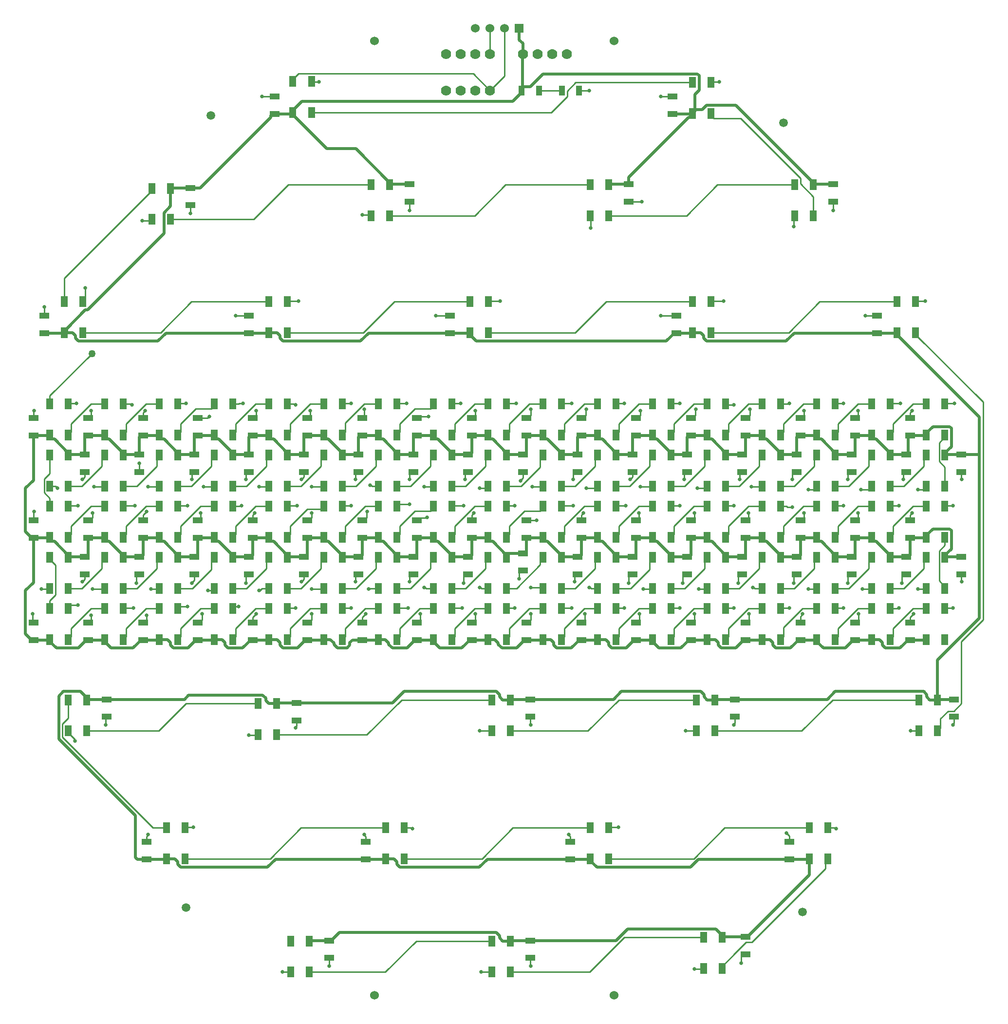
<source format=gbr>
G04*
G04 #@! TF.GenerationSoftware,Altium Limited,Altium Designer,24.2.2 (26)*
G04*
G04 Layer_Physical_Order=1*
G04 Layer_Color=255*
%FSLAX44Y44*%
%MOMM*%
G71*
G04*
G04 #@! TF.SameCoordinates,C09E280A-887C-4CB5-B33B-2E433380E6FD*
G04*
G04*
G04 #@! TF.FilePolarity,Positive*
G04*
G01*
G75*
%ADD11C,0.2540*%
%ADD15R,1.2065X1.9000*%
%ADD16R,1.8034X1.1176*%
%ADD17R,1.1176X1.8034*%
%ADD25C,1.5000*%
%ADD27C,0.5080*%
%ADD28C,1.5240*%
%ADD29C,1.7780*%
%ADD30R,1.5240X1.5240*%
%ADD31C,0.6350*%
%ADD32C,1.2700*%
D11*
X906069Y916940D02*
X919480D01*
X762000Y949960D02*
X776681D01*
X858520Y947420D02*
X869391D01*
X949960Y949960D02*
X967181D01*
X1236980Y947420D02*
X1250391D01*
X906069Y1094740D02*
X922020D01*
X749300Y1069086D02*
X752094Y1071880D01*
X769620D01*
X439725Y1094740D02*
X447040D01*
X438785Y1093800D02*
X439725Y1094740D01*
X428879Y1093800D02*
X438785D01*
X239319Y916940D02*
X259080D01*
X718109Y919480D02*
X736600D01*
X810819Y916940D02*
X830580D01*
X1001319D02*
X1021080D01*
X1043940Y947420D02*
X1059891D01*
X1096569Y916940D02*
X1112520D01*
X1157681Y949960D02*
X1158621Y950900D01*
X1137920Y949960D02*
X1157681D01*
X1191819Y916940D02*
X1206500D01*
X1572819D02*
X1587500D01*
X1348181Y949960D02*
X1349121Y950900D01*
X1330960Y949960D02*
X1348181D01*
X1393429Y914400D02*
X1402080D01*
X1391829Y916000D02*
X1393429Y914400D01*
X1381379Y916000D02*
X1391829D01*
X1521460Y944880D02*
X1534859D01*
X1572819Y1094740D02*
X1590040D01*
X1096569D02*
X1109980D01*
X1051560Y1399540D02*
Y1419911D01*
X858520Y525780D02*
X878891D01*
X1216660D02*
X1234491D01*
X861060Y106680D02*
X878891D01*
X1001319Y1094740D02*
X1018540D01*
X1381379Y1093800D02*
X1395029D01*
X1395969Y1094740D01*
X1397000D01*
X947420Y774700D02*
X966521D01*
X667451Y773100D02*
X682371D01*
X666511Y772160D02*
X667451Y773100D01*
X665480Y772160D02*
X666511D01*
X566420D02*
X586181D01*
X185420D02*
X205181D01*
X206121Y773100D01*
X147892Y744220D02*
X160020D01*
X143129Y738200D02*
Y739457D01*
X147892Y744220D01*
X566420Y949960D02*
X586181D01*
X474980D02*
X490931D01*
X442529Y916000D02*
X443469Y916940D01*
X428879Y916000D02*
X442529D01*
X443469Y916940D02*
X444500D01*
X378460Y949960D02*
X395681D01*
X281940D02*
X300431D01*
X187960D02*
X205181D01*
X266700Y975614D02*
Y990600D01*
X337109Y741680D02*
X350520D01*
X620319Y1094740D02*
X635000D01*
X624142Y1060740D02*
X657202Y1093800D01*
X657860Y1072896D02*
Y1084580D01*
X624142Y1044562D02*
Y1060740D01*
X657202Y1093800D02*
X682371D01*
X715569Y1094740D02*
X731520D01*
X154211Y508729D02*
Y510392D01*
Y508729D02*
X154940Y508000D01*
X142621Y521982D02*
X154211Y510392D01*
X946150Y538241D02*
X947420Y536971D01*
Y535940D02*
Y536971D01*
X946150Y538241D02*
Y550164D01*
X1300480Y536971D02*
X1301750Y538241D01*
X1300480Y535940D02*
Y536971D01*
X1301750Y538241D02*
Y550164D01*
X957326Y891286D02*
X957580Y891540D01*
X939800Y891286D02*
X957326D01*
X753618Y895604D02*
X765033D01*
X766049Y896620D01*
X767080D01*
X566420Y895604D02*
Y904240D01*
X558800Y891286D02*
X562102D01*
X587121Y915987D02*
Y916000D01*
X528891Y881371D02*
X558746Y911225D01*
X562102Y891286D02*
X566420Y895604D01*
X558746Y911225D02*
X582359D01*
X587121Y915987D01*
X946150Y119141D02*
Y131064D01*
Y119141D02*
X947420Y117871D01*
Y116840D02*
Y117871D01*
X208280Y535940D02*
Y548894D01*
X239319Y739140D02*
X256540D01*
X287020Y772160D02*
X300431D01*
X265788Y797814D02*
X266700D01*
X261470Y793496D02*
X265788Y797814D01*
X261470Y782470D02*
Y793496D01*
X358140Y782320D02*
Y783351D01*
X361950Y787161D02*
Y797814D01*
X391858Y806160D02*
Y822338D01*
X358140Y783351D02*
X361950Y787161D01*
X333629Y773100D02*
X358798D01*
X391858Y806160D01*
X456288Y797814D02*
X457200D01*
X451970Y793496D02*
X456288Y797814D01*
X451970Y782470D02*
Y793496D01*
X525069Y739140D02*
X538480D01*
X620319D02*
X635000D01*
X619379Y738200D02*
X620319Y739140D01*
X715569D02*
X734060D01*
X750212Y713486D02*
X754530Y717804D01*
Y728830D01*
X749300Y713486D02*
X750212D01*
X810819Y739140D02*
X828040D01*
X850900Y717804D02*
Y728980D01*
X814641Y703571D02*
X849271Y738200D01*
X872871D01*
X814641Y688962D02*
Y703571D01*
X944880Y717804D02*
X947420D01*
Y728980D01*
X939800Y713486D02*
X940562D01*
X944880Y717804D01*
X1001319Y739140D02*
X1018540D01*
X1050051Y774700D02*
X1051651Y773100D01*
X1063371D01*
X1049020Y774700D02*
X1050051D01*
X1041400Y717804D02*
Y728980D01*
X1117600Y782320D02*
Y793496D01*
X1153858Y806160D02*
Y822338D01*
X1120493Y772795D02*
X1153858Y806160D01*
X1110290Y773100D02*
X1110595Y772795D01*
X1120493D01*
X1095629Y773100D02*
X1110290D01*
X1096569Y739140D02*
X1109980D01*
X1131212Y713486D02*
X1135530Y717804D01*
Y728830D01*
X1130300Y713486D02*
X1131212D01*
X1143000Y772160D02*
X1157681D01*
X1211580Y782320D02*
Y793496D01*
X1191819Y739140D02*
X1206500D01*
X1231900Y717804D02*
Y728980D01*
X1320800Y713486D02*
X1321712D01*
X1326030Y717804D01*
Y728830D01*
X1287069Y739140D02*
X1300480D01*
X1308100Y782320D02*
Y793496D01*
X1336131Y773100D02*
X1349121D01*
X1333500Y774700D02*
X1334531D01*
X1336131Y773100D01*
X1408788Y797814D02*
X1409700D01*
X1404470Y793496D02*
X1408788Y797814D01*
X1404470Y782470D02*
Y793496D01*
X1419860Y727949D02*
Y728980D01*
X1386142Y705140D02*
X1419202Y738200D01*
X1386142Y688962D02*
Y705140D01*
X1416050Y724139D02*
X1419860Y727949D01*
X1416050Y713486D02*
Y724139D01*
X1419202Y738200D02*
X1444371D01*
X1430020Y772160D02*
X1443431D01*
X1498600Y782320D02*
Y793496D01*
X1511300Y713486D02*
X1512212D01*
X1516530Y717804D01*
Y728830D01*
X1524000Y772160D02*
X1538681D01*
X1592580Y782320D02*
Y793496D01*
X1620520Y772160D02*
X1633931D01*
X1585529Y738200D02*
X1586469Y739140D01*
X1571879Y738200D02*
X1585529D01*
X1586469Y739140D02*
X1587500D01*
X1606550Y722630D02*
X1612900Y728980D01*
X1606550Y713486D02*
Y722630D01*
X1576642Y703571D02*
X1611271Y738200D01*
X1634871D01*
X1576642Y688962D02*
Y703571D01*
X1681480Y536971D02*
X1682750Y538241D01*
Y550164D01*
X1681480Y535940D02*
Y536971D01*
X1607820Y525780D02*
X1621841D01*
X1234491D02*
X1234821Y525450D01*
X1459167Y285759D02*
Y298437D01*
X171450Y966470D02*
Y975614D01*
X167640Y962660D02*
X171450Y966470D01*
X1668069Y1094740D02*
X1684020D01*
X1667129Y1093800D02*
X1668069Y1094740D01*
X529641Y106680D02*
X529971Y106350D01*
X515620Y106680D02*
X529641D01*
X596900Y116840D02*
Y131064D01*
X878891Y106680D02*
X879221Y106350D01*
X1231900Y111760D02*
X1246581D01*
X1247521Y112700D01*
X1313180Y121920D02*
Y133096D01*
X1317498Y137414D02*
X1320800D01*
X1313180Y133096D02*
X1317498Y137414D01*
X1391920Y347980D02*
X1397000Y342900D01*
Y332486D02*
Y342900D01*
X279400Y341884D02*
X281940Y344424D01*
X279400Y332486D02*
Y341884D01*
X281940Y344424D02*
Y345440D01*
X346329Y357200D02*
X347269Y358140D01*
X360680D01*
X657860Y344424D02*
X660400Y341884D01*
X657860Y344424D02*
Y345440D01*
X660400Y332486D02*
Y341884D01*
X740649Y355600D02*
X741680D01*
X727329Y357200D02*
X739049D01*
X740649Y355600D01*
X1013460Y344424D02*
X1016000Y341884D01*
X1013460Y344424D02*
Y345440D01*
X1016000Y332486D02*
Y341884D01*
X1082929Y357200D02*
X1083869Y358140D01*
X1099820D01*
X1475649Y357200D02*
X1477249Y355600D01*
X1478280D01*
X1463929Y357200D02*
X1475649D01*
X1621841Y525780D02*
X1622171Y525450D01*
X878891Y525780D02*
X879221Y525450D01*
X539750Y533161D02*
Y543814D01*
X538480Y531891D02*
X539750Y533161D01*
X538480Y530860D02*
Y531891D01*
X471881Y518160D02*
X472821Y519100D01*
X457200Y518160D02*
X471881D01*
X142621Y521982D02*
Y525450D01*
X1592580Y793496D02*
X1596898Y797814D01*
X524129Y1093800D02*
X535849D01*
X387589Y1071880D02*
X388620D01*
X476011Y769620D02*
X479491Y773100D01*
X491871D01*
X474980Y769620D02*
X476011D01*
X83820Y1081009D02*
Y1082040D01*
X1037082Y713486D02*
X1041400Y717804D01*
X1695450Y787161D02*
X1696720Y785891D01*
X1695450Y787161D02*
Y797814D01*
X1696720Y784860D02*
Y785891D01*
X1668069Y739140D02*
X1681480D01*
X1667129Y738200D02*
X1668069Y739140D01*
X1021080Y971296D02*
X1025398Y975614D01*
X1596898Y797814D02*
X1600200D01*
X537449Y1092200D02*
X538480D01*
X1633931Y772160D02*
X1634871Y773100D01*
X1498600Y793496D02*
X1502918Y797814D01*
X1504950D01*
X1538681Y772160D02*
X1539621Y773100D01*
X1476629Y738200D02*
X1477569Y739140D01*
X1490980D01*
X1443431Y772160D02*
X1444371Y773100D01*
X1382319Y739140D02*
X1397000D01*
X1381379Y738200D02*
X1382319Y739140D01*
X1308100Y793496D02*
X1312418Y797814D01*
X1314450D01*
X763031Y774700D02*
X764631Y773100D01*
X1309729D02*
X1344359Y807729D01*
Y822338D01*
X1286129Y773100D02*
X1309729D01*
X566420Y728980D02*
X566547Y729107D01*
X1225550Y713486D02*
X1227582D01*
X1231900Y717804D01*
X1239520Y772160D02*
X1252931D01*
X1253871Y773100D01*
X1695450Y964961D02*
X1696720Y963691D01*
Y962660D02*
Y963691D01*
X1233297Y1073404D02*
Y1082406D01*
X1121918Y797814D02*
X1123950D01*
X1117600Y793496D02*
X1121918Y797814D01*
X1157681Y772160D02*
X1158621Y773100D01*
X1190879Y738200D02*
X1191819Y739140D01*
X1095629Y738200D02*
X1096569Y739140D01*
X764631Y773100D02*
X777621D01*
X762000Y774700D02*
X763031D01*
X1000379Y738200D02*
X1001319Y739140D01*
X1023620Y793496D02*
X1027938Y797814D01*
X1028700D01*
X1023620Y784860D02*
Y793496D01*
X927100Y799846D02*
X931418Y804164D01*
X933450D01*
X927100Y789940D02*
Y799846D01*
X966521Y774700D02*
X968121Y773100D01*
X905129Y738200D02*
X906069Y739140D01*
X919480D01*
X846582Y713486D02*
X850900Y717804D01*
X844550Y713486D02*
X846582D01*
X830580Y793496D02*
X834898Y797814D01*
X838200D01*
X830580Y782320D02*
Y793496D01*
X861151Y773100D02*
X872871D01*
X859551Y774700D02*
X861151Y773100D01*
X858520Y774700D02*
X859551D01*
X809879Y738200D02*
X810819Y739140D01*
X1286129Y1093800D02*
X1287729Y1092200D01*
X252969D02*
X254000D01*
X1043940Y1083549D02*
Y1084580D01*
X736600Y784860D02*
Y793496D01*
X740918Y797814D02*
X742950D01*
X736600Y793496D02*
X740918Y797814D01*
X646938D02*
X647700D01*
X642620Y793496D02*
X646938Y797814D01*
X642620Y784860D02*
Y793496D01*
X548640Y784860D02*
X552450Y788670D01*
Y797814D01*
X586181Y772160D02*
X587121Y773100D01*
X714629Y738200D02*
X715569Y739140D01*
X654050Y713486D02*
Y722630D01*
X660400Y728980D01*
X566420Y717804D02*
Y728980D01*
X368300Y1069086D02*
X384795D01*
X1286129Y738200D02*
X1287069Y739140D01*
X524129Y738200D02*
X525069Y739140D01*
X463550Y713486D02*
Y722630D01*
X469900Y728980D01*
X432359Y741680D02*
X439420D01*
X428879Y738200D02*
X432359Y741680D01*
X371602Y713486D02*
X375920Y717804D01*
X368300Y713486D02*
X371602D01*
X375920Y717804D02*
Y728980D01*
X393141Y769620D02*
X396621Y773100D01*
X386080Y769620D02*
X393141D01*
X333629Y738200D02*
X337109Y741680D01*
X300431Y772160D02*
X301371Y773100D01*
X275082Y713486D02*
X279400Y717804D01*
Y726440D01*
X273050Y713486D02*
X275082D01*
X238379Y738200D02*
X239319Y739140D01*
X81280Y714756D02*
X82550Y713486D01*
X81280Y714756D02*
Y728980D01*
X177800Y713486D02*
X178562D01*
X182880Y717804D01*
Y726440D01*
X171450Y788670D02*
Y797814D01*
X167640Y784860D02*
X171450Y788670D01*
X109931Y772160D02*
X110871Y773100D01*
X96520Y772160D02*
X109931D01*
X525069Y916940D02*
X541020D01*
X524129Y916000D02*
X525069Y916940D01*
X463550Y891286D02*
Y900430D01*
X467360Y904240D01*
X369062Y891286D02*
X373380Y895604D01*
X368300Y891286D02*
X369062D01*
X373380Y895604D02*
Y904240D01*
X333629Y916000D02*
X334569Y916940D01*
X350520D01*
X273050Y891286D02*
Y900430D01*
X279400Y906780D01*
X238379Y916000D02*
X239319Y916940D01*
X181102Y891286D02*
X185420Y895604D01*
X177800Y891286D02*
X181102D01*
X185420Y895604D02*
Y904240D01*
X143129Y916000D02*
X144069Y916940D01*
X160020D01*
X83820Y905749D02*
Y906780D01*
X82550Y891286D02*
Y904479D01*
X83820Y905749D01*
X619379Y916000D02*
X620319Y916940D01*
X635000D01*
X662940Y905749D02*
Y906780D01*
X654050Y891286D02*
X657479D01*
X661797Y895604D01*
Y904606D01*
X662940Y905749D01*
X714629Y916000D02*
X718109Y919480D01*
X749300Y891286D02*
X753618Y895604D01*
X809879Y916000D02*
X810819Y916940D01*
X814641Y866762D02*
Y881371D01*
X849271Y916000D02*
X872871D01*
X844550Y891286D02*
Y900430D01*
X848360Y904240D01*
X905129Y916000D02*
X906069Y916940D01*
X1000379Y916000D02*
X1001319Y916940D01*
X1035050Y900430D02*
X1038860Y904240D01*
X1035050Y891286D02*
Y900430D01*
X1039771Y916000D02*
X1063371D01*
X1005142Y866762D02*
Y881371D01*
X1039771Y916000D01*
X1095629D02*
X1096569Y916940D01*
X1131062Y891286D02*
X1135380Y895604D01*
Y904240D01*
X1130300Y891286D02*
X1131062D01*
X1190879Y916000D02*
X1191819Y916940D01*
X1227582Y891286D02*
X1231900Y895604D01*
Y904240D01*
X1225550Y891286D02*
X1227582D01*
X1286129Y916000D02*
X1287069Y916940D01*
X1300480D01*
X1321562Y891286D02*
X1325880Y895604D01*
X1320800Y891286D02*
X1321562D01*
X1325880Y895604D02*
Y904240D01*
X1418082Y891286D02*
X1422400Y895604D01*
X1416050Y891286D02*
X1418082D01*
X1422400Y895604D02*
Y904240D01*
X1477569Y916940D02*
X1490980D01*
X1476629Y916000D02*
X1477569Y916940D01*
X1516380Y895604D02*
Y904240D01*
X1511300Y891286D02*
X1512062D01*
X1516380Y895604D01*
X1571879Y916000D02*
X1572819Y916940D01*
X1606550Y891286D02*
Y900430D01*
X1610360Y904240D01*
X1668069Y916940D02*
X1681480D01*
X1667129Y916000D02*
X1668069Y916940D01*
X1214120Y971296D02*
X1218438Y975614D01*
X1214120Y962660D02*
Y971296D01*
X1218438Y975614D02*
X1219200D01*
X1190879Y950900D02*
X1214479D01*
X1249109Y985529D02*
Y1000138D01*
X1214479Y950900D02*
X1249109Y985529D01*
X1250391Y947420D02*
X1253871Y950900D01*
X238379Y1093800D02*
X251369D01*
X1123950Y966470D02*
Y975614D01*
X1120140Y962660D02*
X1123950Y966470D01*
X1059891Y947420D02*
X1063371Y950900D01*
X82550Y1069086D02*
Y1079739D01*
X967181Y949960D02*
X968121Y950900D01*
X929640Y961151D02*
X933450Y964961D01*
Y975614D01*
X929640Y960120D02*
Y961151D01*
X869391Y947420D02*
X872871Y950900D01*
X833120Y971296D02*
X837438Y975614D01*
X838200D01*
X833120Y962660D02*
Y971296D01*
X776681Y949960D02*
X777621Y950900D01*
X736600Y971296D02*
X740918Y975614D01*
X736600Y962660D02*
Y971296D01*
X740918Y975614D02*
X742950D01*
X669051Y952500D02*
X670651Y950900D01*
X682371D01*
X668020Y952500D02*
X669051D01*
X642620Y971296D02*
X646938Y975614D01*
X642620Y962660D02*
Y971296D01*
X646938Y975614D02*
X647700D01*
X586181Y949960D02*
X587121Y950900D01*
X552450Y966470D02*
Y975614D01*
X548640Y962660D02*
X552450Y966470D01*
X490931Y949960D02*
X491871Y950900D01*
X452120Y971296D02*
X456438Y975614D01*
X457200D01*
X452120Y962660D02*
Y971296D01*
X395681Y949960D02*
X396621Y950900D01*
X358140Y971804D02*
X361950Y975614D01*
X358140Y962660D02*
Y971804D01*
X300431Y949960D02*
X301371Y950900D01*
X205181Y949960D02*
X206121Y950900D01*
X120714D02*
X124193Y947420D01*
X110871Y950900D02*
X120714D01*
X124193Y947420D02*
X124460D01*
X1310640Y962660D02*
Y971804D01*
X1314450Y975614D01*
X1402080Y962660D02*
Y971296D01*
X1406398Y975614D02*
X1409700D01*
X1402080Y971296D02*
X1406398Y975614D01*
X1439608Y944880D02*
X1444371Y949642D01*
X1430020Y944880D02*
X1439608D01*
X1444371Y949642D02*
Y950900D01*
X1498600Y971296D02*
X1502918Y975614D01*
X1504950D01*
X1498600Y962660D02*
Y971296D01*
X1534859Y944880D02*
X1539621Y949642D01*
Y950900D01*
X1595120Y971296D02*
X1599438Y975614D01*
X1600200D01*
X1595120Y962660D02*
Y971296D01*
X1630108Y944880D02*
X1634871Y949642D01*
Y950900D01*
X1620520Y944880D02*
X1630108D01*
X1025398Y975614D02*
X1028700D01*
X535849Y1093800D02*
X537449Y1092200D01*
X1606550Y1069086D02*
Y1078230D01*
X1610360Y1082040D01*
X1571879Y1093800D02*
X1572819Y1094740D01*
X1512062Y1069086D02*
X1516380Y1073404D01*
Y1082040D01*
X1511300Y1069086D02*
X1512062D01*
X1476629Y1093800D02*
X1477569Y1094740D01*
X1490980D01*
X1418082Y1069086D02*
X1422400Y1073404D01*
X1416050Y1069086D02*
X1418082D01*
X1422400Y1073404D02*
Y1082040D01*
X251369Y1093800D02*
X252969Y1092200D01*
X1035050Y713486D02*
X1037082D01*
X1320800Y1069086D02*
X1324102D01*
X1328420Y1073404D01*
Y1084580D01*
X1695450Y964961D02*
Y975614D01*
X82550Y1079739D02*
X83820Y1081009D01*
X1228979Y1069086D02*
X1233297Y1073404D01*
X1042797D02*
Y1082406D01*
X558800Y713486D02*
X562102D01*
X1042797Y1082406D02*
X1043940Y1083549D01*
X1225550Y1069086D02*
X1228979D01*
X1191819Y1094740D02*
X1206500D01*
X1190879Y1093800D02*
X1191819Y1094740D01*
X1133602Y1069086D02*
X1137920Y1073404D01*
Y1082040D01*
X1130300Y1069086D02*
X1133602D01*
X1095629Y1093800D02*
X1096569Y1094740D01*
X1287729Y1092200D02*
X1300480D01*
X1035050Y1069086D02*
X1038479D01*
X1042797Y1073404D01*
X1021080Y962660D02*
Y971296D01*
X1000379Y1093800D02*
X1001319Y1094740D01*
X947420Y1073404D02*
Y1084580D01*
X939800Y1069086D02*
X943102D01*
X947420Y1073404D01*
X905129Y1093800D02*
X906069Y1094740D01*
X844550Y1069086D02*
X846582D01*
X850900Y1073404D01*
Y1082040D01*
X809879Y1093800D02*
X810819Y1094740D01*
X825500D01*
X714629Y1093800D02*
X715569Y1094740D01*
X654050Y1069086D02*
X657860Y1072896D01*
X619379Y1093800D02*
X620319Y1094740D01*
X558800Y1069086D02*
X559562D01*
X563880Y1073404D01*
Y1082040D01*
X1233297Y1082406D02*
X1234440Y1083549D01*
X463550Y1069086D02*
X465582D01*
X469900Y1073404D01*
Y1082040D01*
X1234440Y1083549D02*
Y1084580D01*
X1211580Y793496D02*
X1215898Y797814D01*
X334569Y1094740D02*
X347980D01*
X333629Y1093800D02*
X334569Y1094740D01*
X273050Y1078230D02*
X276860Y1082040D01*
X273050Y1069086D02*
Y1078230D01*
X384795Y1069086D02*
X387589Y1071880D01*
X178562Y1069086D02*
X182880Y1073404D01*
Y1082040D01*
X177800Y1069086D02*
X178562D01*
X144069Y1094740D02*
X157480D01*
X143129Y1093800D02*
X144069Y1094740D01*
X1215898Y797814D02*
X1219200D01*
X208280Y548894D02*
X209550Y550164D01*
X562102Y713486D02*
X566420Y717804D01*
X1617269Y1272540D02*
X1633220D01*
X1616329Y1271600D02*
X1617269Y1272540D01*
X1529080Y1247140D02*
X1549146D01*
X1549400Y1246886D01*
X1260729Y1271600D02*
X1261669Y1272540D01*
X1282700D01*
X1173480Y1247140D02*
X1199896D01*
X1200150Y1246886D01*
X874319Y1272540D02*
X894080D01*
X873379Y1271600D02*
X874319Y1272540D01*
X782320Y1247140D02*
X806196D01*
X806450Y1246886D01*
X525069Y1272540D02*
X543560D01*
X524129Y1271600D02*
X525069Y1272540D01*
X434340Y1247140D02*
X456946D01*
X457200Y1246886D01*
X172720Y1275791D02*
Y1295400D01*
X168529Y1271600D02*
X172720Y1275791D01*
X101600Y1246886D02*
Y1262380D01*
X355600Y1424940D02*
Y1439164D01*
X271780Y1412240D02*
X286461D01*
X288671Y1414450D01*
X736600Y1430020D02*
Y1445514D01*
X668071Y1422400D02*
X669671Y1420800D01*
X654050Y1422400D02*
X668071D01*
X1117600Y1445514D02*
X1117854Y1445260D01*
X1140460D01*
X1050671Y1420800D02*
X1051560Y1419911D01*
X1473200Y1430020D02*
Y1445514D01*
X1404620Y1402080D02*
Y1419149D01*
X1406271Y1420800D01*
X1261669Y1653540D02*
X1275080D01*
X1260729Y1652600D02*
X1261669Y1653540D01*
X1193546Y1628140D02*
X1193800Y1627886D01*
X1173480Y1628140D02*
X1193546D01*
X1030986Y1638300D02*
X1049020D01*
X566318Y1653540D02*
X579120D01*
X565658Y1654200D02*
X566318Y1653540D01*
X480060Y1628140D02*
X501396D01*
X501650Y1627886D01*
X110871Y1093800D02*
Y1107821D01*
X184150Y1181100D01*
X1657287Y993822D02*
Y1026490D01*
X1667129Y950900D02*
Y983979D01*
X1657287Y993822D02*
X1667129Y983979D01*
Y1036332D02*
Y1039800D01*
X1571879Y684200D02*
X1576642Y688962D01*
X1481391Y703571D02*
X1516021Y738200D01*
X1481391Y688962D02*
Y703571D01*
X1476629Y684200D02*
X1481391Y688962D01*
X1516021Y738200D02*
X1539621D01*
X1381379Y684200D02*
X1386142Y688962D01*
X1290892D02*
Y703571D01*
X1286129Y684200D02*
X1290892Y688962D01*
X1325521Y738200D02*
X1349121D01*
X1290892Y703571D02*
X1325521Y738200D01*
X1195641Y703571D02*
X1230271Y738200D01*
X1253871D01*
X1195641Y688962D02*
Y703571D01*
X1190879Y684200D02*
X1195641Y688962D01*
X1095629Y684200D02*
X1100391Y688962D01*
Y703571D02*
X1135021Y738200D01*
X1100391Y688962D02*
Y703571D01*
X1135021Y738200D02*
X1158621D01*
X1005142Y703571D02*
X1039771Y738200D01*
X1000379Y684200D02*
X1005142Y688962D01*
Y703571D01*
X1039771Y738200D02*
X1063371D01*
X905129Y684200D02*
X909892Y688962D01*
Y703571D01*
X944521Y738200D02*
X968121D01*
X909892Y703571D02*
X944521Y738200D01*
X809879Y684200D02*
X814641Y688962D01*
X719391Y703571D02*
X754021Y738200D01*
X777621D01*
X714629Y684200D02*
X719391Y688962D01*
Y703571D01*
X658771Y738200D02*
X682371D01*
X624142Y703571D02*
X658771Y738200D01*
X619379Y684200D02*
X624142Y688962D01*
Y703571D01*
X528891Y688962D02*
Y703571D01*
X524129Y684200D02*
X528891Y688962D01*
X563521Y738200D02*
X587121D01*
X528891Y703571D02*
X563521Y738200D01*
X468271D02*
X491871D01*
X433642Y688962D02*
Y703571D01*
X468271Y738200D01*
X428879Y684200D02*
X433642Y688962D01*
X338391D02*
Y703571D01*
X333629Y684200D02*
X338391Y688962D01*
Y703571D02*
X373021Y738200D01*
X396621D01*
X243141Y703571D02*
X277771Y738200D01*
X238379Y684200D02*
X243141Y688962D01*
Y703571D01*
X277771Y738200D02*
X301371D01*
X147892Y703571D02*
X182521Y738200D01*
X206121D01*
X147892Y688962D02*
Y703571D01*
X143129Y684200D02*
X147892Y688962D01*
X110871Y752179D02*
X120714Y762022D01*
X110871Y738200D02*
Y752179D01*
X120714Y762022D02*
Y813790D01*
X110871Y823633D02*
Y827100D01*
Y823633D02*
X120714Y813790D01*
X143129Y773100D02*
X166729D01*
X201359Y807729D01*
Y822338D02*
X206121Y827100D01*
X201359Y807729D02*
Y822338D01*
X238379Y773100D02*
X261979D01*
X296609Y807729D02*
Y822338D01*
X301371Y827100D01*
X261979Y773100D02*
X296609Y807729D01*
X391858Y822338D02*
X396621Y827100D01*
X428879Y773100D02*
X452479D01*
X487108Y807729D02*
Y822338D01*
X491871Y827100D01*
X452479Y773100D02*
X487108Y807729D01*
X582359D02*
Y822338D01*
X547729Y773100D02*
X582359Y807729D01*
Y822338D02*
X587121Y827100D01*
X524129Y773100D02*
X547729D01*
X677608Y822338D02*
X682371Y827100D01*
X619379Y773100D02*
X642979D01*
X677608Y807729D02*
Y822338D01*
X642979Y773100D02*
X677608Y807729D01*
X772859Y822338D02*
X777621Y827100D01*
X738229Y773100D02*
X772859Y807729D01*
Y822338D01*
X714629Y773100D02*
X738229D01*
X809879D02*
X833479D01*
X868109Y807729D02*
Y822338D01*
X872871Y827100D01*
X833479Y773100D02*
X868109Y807729D01*
X922379Y773100D02*
X963359Y814079D01*
X905129Y773100D02*
X922379D01*
X963359Y822338D02*
X968121Y827100D01*
X963359Y814079D02*
Y822338D01*
X1058608Y807729D02*
Y822338D01*
X1023979Y773100D02*
X1058608Y807729D01*
X1000379Y773100D02*
X1023979D01*
X1058608Y822338D02*
X1063371Y827100D01*
X1153858Y822338D02*
X1158621Y827100D01*
X1249109Y807729D02*
Y822338D01*
X1214479Y773100D02*
X1249109Y807729D01*
Y822338D02*
X1253871Y827100D01*
X1190879Y773100D02*
X1214479D01*
X1344359Y822338D02*
X1349121Y827100D01*
X1439608Y807729D02*
Y822338D01*
X1444371Y827100D01*
X1404979Y773100D02*
X1439608Y807729D01*
X1381379Y773100D02*
X1404979D01*
X1534859Y807729D02*
Y822338D01*
X1500229Y773100D02*
X1534859Y807729D01*
X1476629Y773100D02*
X1500229D01*
X1534859Y822338D02*
X1539621Y827100D01*
X1595479Y773100D02*
X1630108Y807729D01*
X1571879Y773100D02*
X1595479D01*
X1630108Y822338D02*
X1634871Y827100D01*
X1630108Y807729D02*
Y822338D01*
X1667129Y848021D02*
Y862000D01*
X1657287Y786410D02*
X1667129Y776567D01*
X1657287Y786410D02*
Y838178D01*
X1667129Y848021D01*
Y773100D02*
Y776567D01*
X1576642Y866762D02*
Y881371D01*
X1611271Y916000D02*
X1634871D01*
X1576642Y881371D02*
X1611271Y916000D01*
X1571879Y862000D02*
X1576642Y866762D01*
X1516021Y916000D02*
X1539621D01*
X1481391Y881371D02*
X1516021Y916000D01*
X1476629Y862000D02*
X1481391Y866762D01*
Y881371D01*
X1386142Y866762D02*
Y881371D01*
X1420771Y916000D01*
X1444371D01*
X1381379Y862000D02*
X1386142Y866762D01*
X1290892Y881371D02*
X1325521Y916000D01*
X1290892Y866762D02*
Y881371D01*
X1286129Y862000D02*
X1290892Y866762D01*
X1325521Y916000D02*
X1349121D01*
X1195641Y866762D02*
Y881371D01*
X1230271Y916000D02*
X1253871D01*
X1190879Y862000D02*
X1195641Y866762D01*
Y881371D02*
X1230271Y916000D01*
X1100391Y866762D02*
Y881371D01*
X1095629Y862000D02*
X1100391Y866762D01*
Y881371D02*
X1135021Y916000D01*
X1158621D01*
X1000379Y862000D02*
X1005142Y866762D01*
X963359Y907770D02*
X968121Y912533D01*
X905129Y862000D02*
X909892Y866762D01*
Y881371D02*
X936291Y907770D01*
X909892Y866762D02*
Y881371D01*
X968121Y912533D02*
Y916000D01*
X936291Y907770D02*
X963359D01*
X814641Y881371D02*
X849271Y916000D01*
X809879Y862000D02*
X814641Y866762D01*
X745791Y907770D02*
X772859D01*
X777621Y912533D01*
Y916000D01*
X719391Y881371D02*
X745791Y907770D01*
X719391Y866762D02*
Y881371D01*
X714629Y862000D02*
X719391Y866762D01*
X624142Y881371D02*
X658771Y916000D01*
X619379Y862000D02*
X624142Y866762D01*
Y881371D01*
X658771Y916000D02*
X682371D01*
X524129Y862000D02*
X528891Y866762D01*
Y881371D01*
X428879Y862000D02*
X433642Y866762D01*
Y881371D01*
X468271Y916000D01*
X491871D01*
X333629Y862000D02*
X338391Y866762D01*
Y881371D01*
X373021Y916000D02*
X396621D01*
X338391Y881371D02*
X373021Y916000D01*
X238379Y862000D02*
X243141Y866762D01*
X277771Y916000D02*
X301371D01*
X243141Y866762D02*
Y881371D01*
X277771Y916000D01*
X182521D02*
X206121D01*
X143129Y862000D02*
X147892Y866762D01*
Y881371D01*
X182521Y916000D01*
X963359Y1000138D02*
X968121Y1004900D01*
X905129Y950900D02*
X930298D01*
X110871Y973167D02*
Y1004900D01*
X101028Y963325D02*
X110871Y973167D01*
Y916000D02*
Y929979D01*
X101028Y939822D02*
Y963325D01*
Y939822D02*
X110871Y929979D01*
X201359Y985529D02*
Y1000138D01*
X206121Y1004900D01*
X166729Y950900D02*
X201359Y985529D01*
X143129Y950900D02*
X166729D01*
X296609Y1000138D02*
X301371Y1004900D01*
X238379Y950900D02*
X261979D01*
X296609Y985529D01*
Y1000138D01*
X357229Y950900D02*
X391858Y985529D01*
X333629Y950900D02*
X357229D01*
X391858Y985529D02*
Y1000138D01*
X396621Y1004900D01*
X428879Y950900D02*
X452479D01*
X487108Y985529D02*
Y1000138D01*
X491871Y1004900D01*
X452479Y950900D02*
X487108Y985529D01*
X547729Y950900D02*
X582359Y985529D01*
Y1000138D01*
X587121Y1004900D01*
X524129Y950900D02*
X547729D01*
X619379D02*
X642979D01*
X677608Y1000138D02*
X682371Y1004900D01*
X677608Y985529D02*
Y1000138D01*
X642979Y950900D02*
X677608Y985529D01*
X714629Y950900D02*
X738229D01*
X772859Y985529D02*
Y1000138D01*
X777621Y1004900D01*
X738229Y950900D02*
X772859Y985529D01*
X868109D02*
Y1000138D01*
X872871Y1004900D01*
X833479Y950900D02*
X868109Y985529D01*
X809879Y950900D02*
X833479D01*
X963359Y983960D02*
Y1000138D01*
X930298Y950900D02*
X963359Y983960D01*
X1000379Y950900D02*
X1023979D01*
X1058608Y985529D02*
Y1000138D01*
X1063371Y1004900D01*
X1023979Y950900D02*
X1058608Y985529D01*
X1153858Y1000138D02*
X1158621Y1004900D01*
X1119229Y950900D02*
X1153858Y985529D01*
Y1000138D01*
X1095629Y950900D02*
X1119229D01*
X1249109Y1000138D02*
X1253871Y1004900D01*
X1344359Y985529D02*
Y1000138D01*
X1286129Y950900D02*
X1309729D01*
X1344359Y985529D01*
Y1000138D02*
X1349121Y1004900D01*
X1439608Y985529D02*
Y1000138D01*
X1444371Y1004900D01*
X1404979Y950900D02*
X1439608Y985529D01*
X1381379Y950900D02*
X1404979D01*
X1534859Y1000138D02*
X1539621Y1004900D01*
X1500229Y950900D02*
X1534859Y985529D01*
X1476629Y950900D02*
X1500229D01*
X1534859Y985529D02*
Y1000138D01*
X1630108Y985529D02*
Y1000138D01*
X1634871Y1004900D01*
X1571879Y950900D02*
X1595479D01*
X1630108Y985529D01*
X1657287Y1026490D02*
X1667129Y1036332D01*
X1576642Y1059171D02*
X1611271Y1093800D01*
X1576642Y1044562D02*
Y1059171D01*
X1571879Y1039800D02*
X1576642Y1044562D01*
X1611271Y1093800D02*
X1634871D01*
X1481391Y1044562D02*
Y1059171D01*
X1476629Y1039800D02*
X1481391Y1044562D01*
X1516021Y1093800D02*
X1539621D01*
X1481391Y1059171D02*
X1516021Y1093800D01*
X1386142Y1044562D02*
Y1059171D01*
X1420771Y1093800D01*
X1444371D01*
X1381379Y1039800D02*
X1386142Y1044562D01*
X1286129Y1039800D02*
X1290892Y1044562D01*
Y1059171D01*
X1325521Y1093800D02*
X1349121D01*
X1290892Y1059171D02*
X1325521Y1093800D01*
X1195641Y1044562D02*
Y1059171D01*
X1230271Y1093800D02*
X1253871D01*
X1190879Y1039800D02*
X1195641Y1044562D01*
Y1059171D02*
X1230271Y1093800D01*
X1100391Y1044562D02*
Y1059171D01*
X1135021Y1093800D02*
X1158621D01*
X1095629Y1039800D02*
X1100391Y1044562D01*
Y1059171D02*
X1135021Y1093800D01*
X1000379Y1039800D02*
X1005142Y1044562D01*
Y1059171D02*
X1039771Y1093800D01*
X1005142Y1044562D02*
Y1059171D01*
X1039771Y1093800D02*
X1063371D01*
X909892Y1044562D02*
Y1059171D01*
X905129Y1039800D02*
X909892Y1044562D01*
X944521Y1093800D02*
X968121D01*
X909892Y1059171D02*
X944521Y1093800D01*
X814641Y1059171D02*
X849271Y1093800D01*
X814641Y1044562D02*
Y1059171D01*
X809879Y1039800D02*
X814641Y1044562D01*
X849271Y1093800D02*
X872871D01*
X745791Y1085570D02*
X772859D01*
X714629Y1039800D02*
X719391Y1044562D01*
Y1059171D01*
X772859Y1085570D02*
X777621Y1090333D01*
Y1093800D01*
X719391Y1059171D02*
X745791Y1085570D01*
X619379Y1039800D02*
X624142Y1044562D01*
X528891Y1059171D02*
X563521Y1093800D01*
X524129Y1039800D02*
X528891Y1044562D01*
Y1059171D01*
X563521Y1093800D02*
X587121D01*
X468271D02*
X491871D01*
X433642Y1059171D02*
X468271Y1093800D01*
X433642Y1044562D02*
Y1059171D01*
X428879Y1039800D02*
X433642Y1044562D01*
X333629Y1039800D02*
X338391Y1044562D01*
Y1059171D01*
X396621Y1090333D02*
Y1093800D01*
X338391Y1059171D02*
X364791Y1085570D01*
X391858D02*
X396621Y1090333D01*
X364791Y1085570D02*
X391858D01*
X243141Y1059171D02*
X277771Y1093800D01*
X301371D01*
X238379Y1039800D02*
X243141Y1044562D01*
Y1059171D01*
X147892Y1044562D02*
Y1059171D01*
X143129Y1039800D02*
X147892Y1044562D01*
Y1059171D02*
X182521Y1093800D01*
X206121D01*
X747725Y160350D02*
X879221D01*
X693725Y106350D02*
X747725Y160350D01*
X562229Y106350D02*
X693725D01*
X1109675Y166700D02*
X1247521D01*
X1049325Y106350D02*
X1109675Y166700D01*
X1279779Y116167D02*
X1302961Y139349D01*
X1321381Y157988D02*
X1331395D01*
X1230300Y303200D02*
X1284300Y357200D01*
X1082929Y303200D02*
X1230300D01*
X727329D02*
X862000D01*
X916000Y357200D01*
X346329Y303200D02*
X493700D01*
X547700Y357200D01*
X132779Y537875D02*
X142621Y547717D01*
Y579450D01*
X132779Y514372D02*
X289950Y357200D01*
X132779Y514372D02*
Y537875D01*
X300025Y525450D02*
X347675Y573100D01*
X472821D01*
X289950Y357200D02*
X314071D01*
X174879Y525450D02*
X300025D01*
X722325Y579450D02*
X879221D01*
X661975Y519100D02*
X722325Y579450D01*
X1046150Y525450D02*
X1100150Y579450D01*
X1234821D01*
X1417625Y525450D02*
X1471625Y579450D01*
X1622171D01*
X1733550Y718924D02*
Y1096911D01*
X1695577Y680951D02*
X1733550Y718924D01*
X1659191Y530212D02*
Y546599D01*
X1654429Y525450D02*
X1659191Y530212D01*
X1616329Y1214132D02*
X1733550Y1096911D01*
X1616329Y1214132D02*
Y1217600D01*
X1659191Y546599D02*
X1672377Y559784D01*
X1682391D01*
X1695577Y572970D02*
Y680951D01*
X982907Y1600200D02*
X1010412Y1627705D01*
Y1637719D02*
X1025293Y1652600D01*
X1010412Y1627705D02*
Y1637719D01*
X1025293Y1652600D02*
X1228471D01*
X1438529Y1420800D02*
Y1453880D01*
X1260729Y1595132D02*
X1265491Y1590370D01*
X1311622D02*
X1416113Y1485878D01*
X1260729Y1217600D02*
X1395400D01*
X1449400Y1271600D01*
X1077925D02*
X1228471D01*
X1023925Y1217600D02*
X1077925Y1271600D01*
X873379Y1217600D02*
X1023925D01*
X655625D02*
X709625Y1271600D01*
X524129Y1217600D02*
X655625D01*
X303200D02*
X357200Y1271600D01*
X491871D01*
X911479Y106350D02*
X1049325D01*
X1302961Y139349D02*
Y139568D01*
X1331395Y157988D02*
X1459167Y285759D01*
X1279779Y112700D02*
Y116167D01*
X1302961Y139568D02*
X1321381Y157988D01*
X1459167Y298437D02*
X1463929Y303200D01*
X1284300Y357200D02*
X1431671D01*
X916000D02*
X1050671D01*
X547700D02*
X695071D01*
X505079Y519100D02*
X661975D01*
X911479Y525450D02*
X1046150D01*
X1267079D02*
X1417625D01*
X1682391Y559784D02*
X1695577Y572970D01*
X1449400Y1271600D02*
X1584071D01*
X709625D02*
X841121D01*
X168529Y1217600D02*
X303200D01*
X136271Y1271600D02*
Y1312583D01*
X288671Y1464983D01*
Y1468450D01*
X465125Y1414450D02*
X525475Y1474800D01*
X320929Y1414450D02*
X465125D01*
X525475Y1474800D02*
X669671D01*
X903300D02*
X1050671D01*
X849300Y1420800D02*
X903300Y1474800D01*
X701929Y1420800D02*
X849300D01*
X1271600Y1474800D02*
X1406271D01*
X1082929Y1420800D02*
X1217600D01*
X1271600Y1474800D01*
X1260729Y1595132D02*
Y1598600D01*
X1416113Y1476295D02*
X1438529Y1453880D01*
X1416113Y1476295D02*
Y1485878D01*
X1265491Y1590370D02*
X1311622D01*
X533400Y1654200D02*
Y1657667D01*
X543242Y1667510D02*
X847090D01*
X876300Y1638300D01*
X533400Y1657667D02*
X543242Y1667510D01*
X565658Y1600200D02*
X982907D01*
X876300Y1638300D02*
X901700Y1663700D01*
Y1746250D01*
X961136Y1638300D02*
X1001014D01*
X876300Y1701800D02*
Y1746250D01*
D15*
X1286129Y950900D02*
D03*
Y1004900D02*
D03*
X1253871Y950900D02*
D03*
Y1004900D02*
D03*
X110871Y916000D02*
D03*
Y862000D02*
D03*
X143129Y916000D02*
D03*
Y862000D02*
D03*
X168529Y1217600D02*
D03*
Y1271600D02*
D03*
X136271Y1217600D02*
D03*
Y1271600D02*
D03*
X524129Y1217600D02*
D03*
Y1271600D02*
D03*
X491871Y1217600D02*
D03*
Y1271600D02*
D03*
X346329Y303200D02*
D03*
Y357200D02*
D03*
X314071Y303200D02*
D03*
Y357200D02*
D03*
X727329Y303200D02*
D03*
Y357200D02*
D03*
X695071Y303200D02*
D03*
Y357200D02*
D03*
X1082929Y303200D02*
D03*
Y357200D02*
D03*
X1050671Y303200D02*
D03*
Y357200D02*
D03*
X1463929Y303200D02*
D03*
Y357200D02*
D03*
X1431671Y303200D02*
D03*
Y357200D02*
D03*
X1247521Y166700D02*
D03*
Y112700D02*
D03*
X1279779Y166700D02*
D03*
Y112700D02*
D03*
X879221Y160350D02*
D03*
Y106350D02*
D03*
X911479Y160350D02*
D03*
Y106350D02*
D03*
X529971Y160350D02*
D03*
Y106350D02*
D03*
X562229Y160350D02*
D03*
Y106350D02*
D03*
X873379Y1217600D02*
D03*
Y1271600D02*
D03*
X841121Y1217600D02*
D03*
Y1271600D02*
D03*
X565658Y1600200D02*
D03*
Y1654200D02*
D03*
X533400Y1600200D02*
D03*
Y1654200D02*
D03*
X1260729Y1217600D02*
D03*
Y1271600D02*
D03*
X1228471Y1217600D02*
D03*
Y1271600D02*
D03*
X1260729Y1598600D02*
D03*
Y1652600D02*
D03*
X1228471Y1598600D02*
D03*
Y1652600D02*
D03*
X1616329Y1217600D02*
D03*
Y1271600D02*
D03*
X1584071Y1217600D02*
D03*
Y1271600D02*
D03*
X1406271Y1474800D02*
D03*
Y1420800D02*
D03*
X1438529Y1474800D02*
D03*
Y1420800D02*
D03*
X1622171Y579450D02*
D03*
Y525450D02*
D03*
X1654429Y579450D02*
D03*
Y525450D02*
D03*
X1050671Y1474800D02*
D03*
Y1420800D02*
D03*
X1082929Y1474800D02*
D03*
Y1420800D02*
D03*
X1234821Y579450D02*
D03*
Y525450D02*
D03*
X1267079Y579450D02*
D03*
Y525450D02*
D03*
X669671Y1474800D02*
D03*
Y1420800D02*
D03*
X701929Y1474800D02*
D03*
Y1420800D02*
D03*
X879221Y579450D02*
D03*
Y525450D02*
D03*
X911479Y579450D02*
D03*
Y525450D02*
D03*
X288671Y1468450D02*
D03*
Y1414450D02*
D03*
X320929Y1468450D02*
D03*
Y1414450D02*
D03*
X472821Y573100D02*
D03*
Y519100D02*
D03*
X505079Y573100D02*
D03*
Y519100D02*
D03*
X142621Y579450D02*
D03*
Y525450D02*
D03*
X174879Y579450D02*
D03*
Y525450D02*
D03*
X206121Y1093800D02*
D03*
Y1039800D02*
D03*
X238379Y1093800D02*
D03*
Y1039800D02*
D03*
Y950900D02*
D03*
Y1004900D02*
D03*
X206121Y950900D02*
D03*
Y1004900D02*
D03*
X143129Y950900D02*
D03*
Y1004900D02*
D03*
X110871Y950900D02*
D03*
Y1004900D02*
D03*
X396621Y1093800D02*
D03*
Y1039800D02*
D03*
X428879Y1093800D02*
D03*
Y1039800D02*
D03*
X491871Y1093800D02*
D03*
Y1039800D02*
D03*
X524129Y1093800D02*
D03*
Y1039800D02*
D03*
X301371Y1093800D02*
D03*
Y1039800D02*
D03*
X333629Y1093800D02*
D03*
Y1039800D02*
D03*
X619379Y950900D02*
D03*
Y1004900D02*
D03*
X587121Y950900D02*
D03*
Y1004900D02*
D03*
X682371Y1093800D02*
D03*
Y1039800D02*
D03*
X714629Y1093800D02*
D03*
Y1039800D02*
D03*
X333629Y950900D02*
D03*
Y1004900D02*
D03*
X301371Y950900D02*
D03*
Y1004900D02*
D03*
X524129Y950900D02*
D03*
Y1004900D02*
D03*
X491871Y950900D02*
D03*
Y1004900D02*
D03*
X428879Y950900D02*
D03*
Y1004900D02*
D03*
X396621Y950900D02*
D03*
Y1004900D02*
D03*
X809879Y950900D02*
D03*
Y1004900D02*
D03*
X777621Y950900D02*
D03*
Y1004900D02*
D03*
X1253871Y916000D02*
D03*
Y862000D02*
D03*
X1286129Y916000D02*
D03*
Y862000D02*
D03*
X1158621Y916000D02*
D03*
Y862000D02*
D03*
X1190879Y916000D02*
D03*
Y862000D02*
D03*
X1063371Y916000D02*
D03*
Y862000D02*
D03*
X1095629Y916000D02*
D03*
Y862000D02*
D03*
X968121Y916000D02*
D03*
Y862000D02*
D03*
X1000379Y916000D02*
D03*
Y862000D02*
D03*
X714629Y950900D02*
D03*
Y1004900D02*
D03*
X682371Y950900D02*
D03*
Y1004900D02*
D03*
X1000379Y950900D02*
D03*
Y1004900D02*
D03*
X968121Y950900D02*
D03*
Y1004900D02*
D03*
X905129Y950900D02*
D03*
Y1004900D02*
D03*
X872871Y950900D02*
D03*
Y1004900D02*
D03*
X777621Y916000D02*
D03*
Y862000D02*
D03*
X809879Y916000D02*
D03*
Y862000D02*
D03*
X682371Y916000D02*
D03*
Y862000D02*
D03*
X714629Y916000D02*
D03*
Y862000D02*
D03*
X587121Y916000D02*
D03*
Y862000D02*
D03*
X619379Y916000D02*
D03*
Y862000D02*
D03*
X872871Y916000D02*
D03*
Y862000D02*
D03*
X905129Y916000D02*
D03*
Y862000D02*
D03*
X1539621Y916000D02*
D03*
Y862000D02*
D03*
X1571879Y916000D02*
D03*
Y862000D02*
D03*
X1444371Y916000D02*
D03*
Y862000D02*
D03*
X1476629Y916000D02*
D03*
Y862000D02*
D03*
X1667129Y773100D02*
D03*
Y827100D02*
D03*
X1634871Y773100D02*
D03*
Y827100D02*
D03*
Y916000D02*
D03*
Y862000D02*
D03*
X1667129Y916000D02*
D03*
Y862000D02*
D03*
X1571879Y773100D02*
D03*
Y827100D02*
D03*
X1539621Y773100D02*
D03*
Y827100D02*
D03*
X1349121Y916000D02*
D03*
Y862000D02*
D03*
X1381379Y916000D02*
D03*
Y862000D02*
D03*
X1476629Y773100D02*
D03*
Y827100D02*
D03*
X1444371Y773100D02*
D03*
Y827100D02*
D03*
X1381379Y773100D02*
D03*
Y827100D02*
D03*
X1349121Y773100D02*
D03*
Y827100D02*
D03*
X1634871Y1093800D02*
D03*
Y1039800D02*
D03*
X1667129Y1093800D02*
D03*
Y1039800D02*
D03*
X1539621Y1093800D02*
D03*
Y1039800D02*
D03*
X1571879Y1093800D02*
D03*
Y1039800D02*
D03*
X1444371Y1093800D02*
D03*
Y1039800D02*
D03*
X1476629Y1093800D02*
D03*
Y1039800D02*
D03*
X1349121Y1093800D02*
D03*
Y1039800D02*
D03*
X1381379Y1093800D02*
D03*
Y1039800D02*
D03*
X1667129Y950900D02*
D03*
Y1004900D02*
D03*
X1634871Y950900D02*
D03*
Y1004900D02*
D03*
X1571879Y950900D02*
D03*
Y1004900D02*
D03*
X1539621Y950900D02*
D03*
Y1004900D02*
D03*
X1190879Y950900D02*
D03*
Y1004900D02*
D03*
X1158621Y950900D02*
D03*
Y1004900D02*
D03*
X1095629Y950900D02*
D03*
Y1004900D02*
D03*
X1063371Y950900D02*
D03*
Y1004900D02*
D03*
X1476629Y950900D02*
D03*
Y1004900D02*
D03*
X1444371Y950900D02*
D03*
Y1004900D02*
D03*
X1381379Y950900D02*
D03*
Y1004900D02*
D03*
X1349121Y950900D02*
D03*
Y1004900D02*
D03*
X1063371Y1093800D02*
D03*
Y1039800D02*
D03*
X1095629Y1093800D02*
D03*
Y1039800D02*
D03*
X968121Y1093800D02*
D03*
Y1039800D02*
D03*
X1000379Y1093800D02*
D03*
Y1039800D02*
D03*
X110871Y1093800D02*
D03*
Y1039800D02*
D03*
X143129Y1093800D02*
D03*
Y1039800D02*
D03*
X1286129Y773100D02*
D03*
Y827100D02*
D03*
X1253871Y773100D02*
D03*
Y827100D02*
D03*
X491871Y916000D02*
D03*
Y862000D02*
D03*
X524129Y916000D02*
D03*
Y862000D02*
D03*
X396621Y916000D02*
D03*
Y862000D02*
D03*
X428879Y916000D02*
D03*
Y862000D02*
D03*
Y773100D02*
D03*
Y827100D02*
D03*
X396621Y773100D02*
D03*
Y827100D02*
D03*
X1190879Y773100D02*
D03*
Y827100D02*
D03*
X1158621Y773100D02*
D03*
Y827100D02*
D03*
X1095629Y773100D02*
D03*
Y827100D02*
D03*
X1063371Y773100D02*
D03*
Y827100D02*
D03*
X1000379Y773100D02*
D03*
Y827100D02*
D03*
X968121Y773100D02*
D03*
Y827100D02*
D03*
X905129Y773100D02*
D03*
Y827100D02*
D03*
X872871Y773100D02*
D03*
Y827100D02*
D03*
X809879Y773100D02*
D03*
Y827100D02*
D03*
X777621Y773100D02*
D03*
Y827100D02*
D03*
X714629Y773100D02*
D03*
Y827100D02*
D03*
X682371Y773100D02*
D03*
Y827100D02*
D03*
X619379Y773100D02*
D03*
Y827100D02*
D03*
X587121Y773100D02*
D03*
Y827100D02*
D03*
X524129Y773100D02*
D03*
Y827100D02*
D03*
X491871Y773100D02*
D03*
Y827100D02*
D03*
X587121Y1093800D02*
D03*
Y1039800D02*
D03*
X619379Y1093800D02*
D03*
Y1039800D02*
D03*
X1253871Y1093800D02*
D03*
Y1039800D02*
D03*
X1286129Y1093800D02*
D03*
Y1039800D02*
D03*
X872871Y1093800D02*
D03*
Y1039800D02*
D03*
X905129Y1093800D02*
D03*
Y1039800D02*
D03*
X777621Y1093800D02*
D03*
Y1039800D02*
D03*
X809879Y1093800D02*
D03*
Y1039800D02*
D03*
X1158621Y1093800D02*
D03*
Y1039800D02*
D03*
X1190879Y1093800D02*
D03*
Y1039800D02*
D03*
X1634871Y738200D02*
D03*
Y684200D02*
D03*
X1667129Y738200D02*
D03*
Y684200D02*
D03*
X206121Y916000D02*
D03*
Y862000D02*
D03*
X238379Y916000D02*
D03*
Y862000D02*
D03*
X301371Y916000D02*
D03*
Y862000D02*
D03*
X333629Y916000D02*
D03*
Y862000D02*
D03*
X110871Y738200D02*
D03*
Y684200D02*
D03*
X143129Y738200D02*
D03*
Y684200D02*
D03*
X238379Y773100D02*
D03*
Y827100D02*
D03*
X206121Y773100D02*
D03*
Y827100D02*
D03*
X333629Y773100D02*
D03*
Y827100D02*
D03*
X301371Y773100D02*
D03*
Y827100D02*
D03*
X143129Y773100D02*
D03*
Y827100D02*
D03*
X110871Y773100D02*
D03*
Y827100D02*
D03*
X1444371Y738200D02*
D03*
Y684200D02*
D03*
X1476629Y738200D02*
D03*
Y684200D02*
D03*
X1349121Y738200D02*
D03*
Y684200D02*
D03*
X1381379Y738200D02*
D03*
Y684200D02*
D03*
X1158621Y738200D02*
D03*
Y684200D02*
D03*
X1190879Y738200D02*
D03*
Y684200D02*
D03*
X1063371Y738200D02*
D03*
Y684200D02*
D03*
X1095629Y738200D02*
D03*
Y684200D02*
D03*
X1253871Y738200D02*
D03*
Y684200D02*
D03*
X1286129Y738200D02*
D03*
Y684200D02*
D03*
X968121Y738200D02*
D03*
Y684200D02*
D03*
X1000379Y738200D02*
D03*
Y684200D02*
D03*
X1539621Y738200D02*
D03*
Y684200D02*
D03*
X1571879Y738200D02*
D03*
Y684200D02*
D03*
X206121Y738200D02*
D03*
Y684200D02*
D03*
X238379Y738200D02*
D03*
Y684200D02*
D03*
X301371Y738200D02*
D03*
Y684200D02*
D03*
X333629Y738200D02*
D03*
Y684200D02*
D03*
X396621Y738200D02*
D03*
Y684200D02*
D03*
X428879Y738200D02*
D03*
Y684200D02*
D03*
X491871Y738200D02*
D03*
Y684200D02*
D03*
X524129Y738200D02*
D03*
Y684200D02*
D03*
X777621Y738200D02*
D03*
Y684200D02*
D03*
X809879Y738200D02*
D03*
Y684200D02*
D03*
X682371Y738200D02*
D03*
Y684200D02*
D03*
X714629Y738200D02*
D03*
Y684200D02*
D03*
X587121Y738200D02*
D03*
Y684200D02*
D03*
X619379Y738200D02*
D03*
Y684200D02*
D03*
X872871Y738200D02*
D03*
Y684200D02*
D03*
X905129Y738200D02*
D03*
Y684200D02*
D03*
D16*
X1320800Y137414D02*
D03*
Y167386D02*
D03*
X946150Y131064D02*
D03*
Y161036D02*
D03*
X596900Y131064D02*
D03*
Y161036D02*
D03*
X1193800Y1627886D02*
D03*
Y1597914D02*
D03*
X501650Y1627886D02*
D03*
Y1597914D02*
D03*
X279400Y332486D02*
D03*
Y302514D02*
D03*
X660400Y332486D02*
D03*
Y302514D02*
D03*
X1016000Y332486D02*
D03*
Y302514D02*
D03*
X1397000Y332486D02*
D03*
Y302514D02*
D03*
X946150Y550164D02*
D03*
Y580136D02*
D03*
X355600Y1439164D02*
D03*
Y1469136D02*
D03*
X539750Y543814D02*
D03*
Y573786D02*
D03*
X101600Y1246886D02*
D03*
Y1216914D02*
D03*
X209550Y550164D02*
D03*
Y580136D02*
D03*
X457200Y1246886D02*
D03*
Y1216914D02*
D03*
X806450Y1246886D02*
D03*
Y1216914D02*
D03*
X1200150Y1246886D02*
D03*
Y1216914D02*
D03*
X1549400Y1246886D02*
D03*
Y1216914D02*
D03*
X1473200Y1445514D02*
D03*
Y1475486D02*
D03*
X1682750Y550164D02*
D03*
Y580136D02*
D03*
X1117600Y1445514D02*
D03*
Y1475486D02*
D03*
X1301750Y550164D02*
D03*
Y580136D02*
D03*
X736600Y1445514D02*
D03*
Y1475486D02*
D03*
X171450Y1005586D02*
D03*
Y975614D02*
D03*
X266700Y1005586D02*
D03*
Y975614D02*
D03*
X463550Y1039114D02*
D03*
Y1069086D02*
D03*
X368300Y1039114D02*
D03*
Y1069086D02*
D03*
X742950Y1005586D02*
D03*
Y975614D02*
D03*
X654050Y1039114D02*
D03*
Y1069086D02*
D03*
X647700Y1005586D02*
D03*
Y975614D02*
D03*
X749300Y1039114D02*
D03*
Y1069086D02*
D03*
X558800Y1039114D02*
D03*
Y1069086D02*
D03*
X552450Y1005586D02*
D03*
Y975614D02*
D03*
X361950Y1005586D02*
D03*
Y975614D02*
D03*
X457200Y1005586D02*
D03*
Y975614D02*
D03*
X1511300Y861314D02*
D03*
Y891286D02*
D03*
X1416050Y861314D02*
D03*
Y891286D02*
D03*
X1504950Y827786D02*
D03*
Y797814D02*
D03*
X1600200Y827786D02*
D03*
Y797814D02*
D03*
X1606550Y861314D02*
D03*
Y891286D02*
D03*
X1409700Y827786D02*
D03*
Y797814D02*
D03*
X1606550Y1039114D02*
D03*
Y1069086D02*
D03*
X1511300Y1039114D02*
D03*
Y1069086D02*
D03*
X1416050Y1039114D02*
D03*
Y1069086D02*
D03*
X1123950Y1005586D02*
D03*
Y975614D02*
D03*
X1130300Y1039114D02*
D03*
Y1069086D02*
D03*
X844550Y1039114D02*
D03*
Y1069086D02*
D03*
X939800Y1039114D02*
D03*
Y1069086D02*
D03*
X1035050Y1039114D02*
D03*
Y1069086D02*
D03*
X1504950Y1005586D02*
D03*
Y975614D02*
D03*
X1600200Y1005586D02*
D03*
Y975614D02*
D03*
X1409700Y1005586D02*
D03*
Y975614D02*
D03*
X1314450Y1005586D02*
D03*
Y975614D02*
D03*
X1219200Y1005586D02*
D03*
Y975614D02*
D03*
X1028700Y1005586D02*
D03*
Y975614D02*
D03*
X933450Y1005586D02*
D03*
Y975614D02*
D03*
X838200Y1005586D02*
D03*
Y975614D02*
D03*
X273050Y1039114D02*
D03*
Y1069086D02*
D03*
X177800Y1039114D02*
D03*
Y1069086D02*
D03*
X1314450Y827786D02*
D03*
Y797814D02*
D03*
X1225550Y861314D02*
D03*
Y891286D02*
D03*
X1123950Y797814D02*
D03*
Y827786D02*
D03*
X1130300Y861314D02*
D03*
Y891286D02*
D03*
X558800Y861314D02*
D03*
Y891286D02*
D03*
X463550Y861314D02*
D03*
Y891286D02*
D03*
X368300Y861314D02*
D03*
Y891286D02*
D03*
X844550Y861314D02*
D03*
Y891286D02*
D03*
X1035050Y861314D02*
D03*
Y891286D02*
D03*
X939800Y861314D02*
D03*
Y891286D02*
D03*
X654050Y861314D02*
D03*
Y891286D02*
D03*
X749300Y861314D02*
D03*
Y891286D02*
D03*
X1320800Y1039114D02*
D03*
Y1069086D02*
D03*
X1225550Y1039114D02*
D03*
Y1069086D02*
D03*
X1320800Y861314D02*
D03*
Y891286D02*
D03*
X273050Y861314D02*
D03*
Y891286D02*
D03*
X177800Y861314D02*
D03*
Y891286D02*
D03*
X266700Y827786D02*
D03*
Y797814D02*
D03*
X457200Y827786D02*
D03*
Y797814D02*
D03*
X361950Y827786D02*
D03*
Y797814D02*
D03*
X838200Y827786D02*
D03*
Y797814D02*
D03*
X552450Y827786D02*
D03*
Y797814D02*
D03*
X647700Y827786D02*
D03*
Y797814D02*
D03*
X742950Y827786D02*
D03*
Y797814D02*
D03*
X1219200Y827786D02*
D03*
Y797814D02*
D03*
X1028700Y827786D02*
D03*
Y797814D02*
D03*
X933450Y834136D02*
D03*
Y804164D02*
D03*
X171450Y827786D02*
D03*
Y797814D02*
D03*
X1606550Y683514D02*
D03*
Y713486D02*
D03*
X1416050D02*
D03*
Y683514D02*
D03*
X1130300D02*
D03*
Y713486D02*
D03*
X1320800D02*
D03*
Y683514D02*
D03*
X1225550Y713486D02*
D03*
Y683514D02*
D03*
X1511300D02*
D03*
Y713486D02*
D03*
X177800Y683514D02*
D03*
Y713486D02*
D03*
X749300Y683514D02*
D03*
Y713486D02*
D03*
X654050Y683514D02*
D03*
Y713486D02*
D03*
X558800Y683514D02*
D03*
Y713486D02*
D03*
X463550Y683514D02*
D03*
Y713486D02*
D03*
X368300Y683514D02*
D03*
Y713486D02*
D03*
X273050Y683514D02*
D03*
Y713486D02*
D03*
X844550Y683514D02*
D03*
Y713486D02*
D03*
X939800Y683514D02*
D03*
Y713486D02*
D03*
X1035050Y683514D02*
D03*
Y713486D02*
D03*
X82550Y683514D02*
D03*
Y713486D02*
D03*
Y861314D02*
D03*
Y891286D02*
D03*
X1695450Y827786D02*
D03*
Y797814D02*
D03*
Y975614D02*
D03*
Y1005586D02*
D03*
X82550Y1069086D02*
D03*
Y1039114D02*
D03*
D17*
X1030986Y1638300D02*
D03*
X1001014D02*
D03*
X931164D02*
D03*
X961136D02*
D03*
D25*
X391160Y1595120D02*
D03*
X1386840Y1582420D02*
D03*
X1419860Y210820D02*
D03*
X347980Y218440D02*
D03*
D27*
X79121Y861314D02*
X82550D01*
X68453Y871982D02*
X79121Y861314D01*
X1268667Y181280D02*
X1279779Y170168D01*
X510758Y1208254D02*
X515992Y1203020D01*
X259787Y305490D02*
X262763Y302514D01*
X110185Y1039114D02*
X110871Y1039800D01*
X82550Y1039114D02*
X110185D01*
X777621Y680732D02*
Y684200D01*
X213907Y855040D02*
X238379Y830568D01*
X1695450Y1005586D02*
X1695704Y1005840D01*
X1727200D01*
X872871Y1036332D02*
Y1039800D01*
X510758Y1208254D02*
Y1212365D01*
X600329Y161036D02*
X614223Y174930D01*
X627516Y669620D02*
X632464Y674568D01*
X1257364Y1032840D02*
X1261657D01*
X905129Y1004900D02*
Y1008368D01*
X872871Y1036332D02*
X876364Y1032840D01*
X206121Y1036332D02*
X209613Y1032840D01*
X1539621Y858532D02*
Y862000D01*
X1349121Y858532D02*
X1352614Y855040D01*
X1279779Y166700D02*
Y170168D01*
X1477315Y827786D02*
X1508252D01*
X1606550Y1039114D02*
X1634185D01*
X1634871Y1039800D01*
X1603248Y1036066D02*
X1606296Y1039114D01*
X1603248Y1008634D02*
Y1036066D01*
X1600200Y1005586D02*
X1603248Y1008634D01*
X1572565Y1005586D02*
X1600200D01*
X1231964Y1605560D02*
X1244972D01*
X498221Y1597914D02*
X531114D01*
X1261657Y1032840D02*
X1286129Y1008368D01*
X491871Y1036332D02*
Y1039800D01*
X872871Y858532D02*
X876364Y855040D01*
X1452157D02*
X1476629Y830568D01*
X495173Y1594866D02*
X498221Y1597914D01*
X372237Y1469136D02*
X495173Y1592072D01*
Y1594866D01*
X1190879Y1004900D02*
Y1008368D01*
X239065Y827786D02*
X270002D01*
X1239584Y1638692D02*
Y1664204D01*
X1634185Y683514D02*
X1634871Y684200D01*
X1231964Y1631072D02*
X1239584Y1638692D01*
X1654429Y579450D02*
Y648783D01*
X110871Y858532D02*
Y862000D01*
X160477Y669620D02*
X174371Y683514D01*
X745998Y1039114D02*
X776935D01*
X1539621Y684200D02*
X1553273D01*
X491871Y1036332D02*
X495364Y1032840D01*
X1538935Y683514D02*
X1539621Y684200D01*
X1247358Y1208254D02*
X1252592Y1203020D01*
X1117600Y1487729D02*
X1221511Y1591640D01*
X1667129Y1008368D02*
X1678241Y1019480D01*
X1050671Y299732D02*
Y303200D01*
X1443685Y683514D02*
X1444371Y684200D01*
X1082258Y674854D02*
Y678965D01*
X301371Y1036332D02*
Y1039800D01*
X726914Y594030D02*
X887358D01*
X495364Y855040D02*
X499657D01*
X510758Y674854D02*
X515992Y669620D01*
X1349121Y684200D02*
X1362773D01*
X927100Y1726378D02*
X933450Y1720028D01*
X1348435Y683514D02*
X1349121Y684200D01*
X777621Y858532D02*
X781114Y855040D01*
X713958Y293854D02*
X719192Y288620D01*
X1280465Y167386D02*
X1324229D01*
X1253871Y684200D02*
X1267523D01*
X1248192Y584685D02*
X1253427Y579450D01*
X1126998Y1039114D02*
X1157935D01*
X1303477Y669620D02*
X1317371Y683514D01*
X1253185D02*
X1253871Y684200D01*
X174879Y579450D02*
Y582918D01*
X1438529Y1474800D02*
Y1478268D01*
X1476629Y827100D02*
Y830568D01*
X1253871Y1036332D02*
X1257364Y1032840D01*
X880657D02*
X905129Y1008368D01*
X1087492Y669620D02*
X1112977D01*
X1157935Y683514D02*
X1158621Y684200D01*
X1584071Y1214132D02*
X1727200Y1071003D01*
X1444371Y858532D02*
Y862000D01*
X1063371Y684200D02*
X1077023D01*
X922477Y669620D02*
X936371Y683514D01*
X905129Y830568D02*
X905129D01*
X594907Y855040D02*
X619379Y830568D01*
X1062685Y683514D02*
X1063371Y684200D01*
X1162113Y855040D02*
X1166407D01*
X1630308Y594030D02*
X1635542Y588796D01*
X1390811Y1203020D02*
X1404705Y1216914D01*
X1477315Y1005586D02*
X1508252D01*
X945824Y1644777D02*
X968227Y1667180D01*
X700122Y675991D02*
X706492Y669620D01*
X968121Y684200D02*
X981774D01*
X429565Y827786D02*
X460502D01*
X1158621Y1036332D02*
Y1039800D01*
X967435Y683514D02*
X968121Y684200D01*
X876364Y855040D02*
X880657D01*
X1447863D02*
X1452157D01*
X110871Y680732D02*
Y684200D01*
X1272758Y674854D02*
Y678965D01*
X1115275Y181280D02*
X1268667D01*
X872871Y684200D02*
X884250D01*
X872185Y683514D02*
X872871Y684200D01*
X1352614Y855040D02*
X1356907D01*
X701929Y1474800D02*
Y1478268D01*
X549224Y1619491D02*
X915785D01*
X338192Y288620D02*
X489111D01*
X1356907Y1032840D02*
X1381379Y1008368D01*
X776935Y683514D02*
X777621Y684200D01*
X1412748Y1039114D02*
X1443685D01*
X1444371Y858532D02*
X1447863Y855040D01*
X975907D02*
X1000379Y830568D01*
X1063371Y858532D02*
X1066863Y855040D01*
X1558508Y674854D02*
Y678965D01*
X480958Y587680D02*
X486192Y582446D01*
X206121Y680732D02*
X217234Y669620D01*
X681685Y683514D02*
X682371Y684200D01*
X876364Y1032840D02*
X880657D01*
X852234Y1203020D02*
X1182827D01*
X700122Y675991D02*
Y677829D01*
X1349121Y858532D02*
Y862000D01*
X892592Y584685D02*
Y588796D01*
X1404705Y1216914D02*
X1583385D01*
X682371Y1036332D02*
Y1039800D01*
X163766Y594030D02*
X174879Y582918D01*
X586435Y683514D02*
X587121Y684200D01*
X118657Y855040D02*
X143129Y830568D01*
X505523Y684200D02*
X510758Y678965D01*
X1373242Y669620D02*
X1398727D01*
X1356907Y855040D02*
X1381379Y830568D01*
X1277992Y669620D02*
X1303477D01*
X206121Y858532D02*
Y862000D01*
X491871Y684200D02*
X505523D01*
X206121Y680732D02*
Y684200D01*
X491185Y683514D02*
X491871Y684200D01*
X1603121Y683514D02*
X1634185D01*
X206121Y1036332D02*
Y1039800D01*
X410274Y684200D02*
X415508Y678965D01*
X396621Y684200D02*
X410274D01*
X1539621Y858532D02*
X1543114Y855040D01*
X395935Y683514D02*
X396621Y684200D01*
X176666Y1257020D02*
X309816Y1390171D01*
X1352614Y1032840D02*
X1356907D01*
X301371Y858532D02*
Y862000D01*
X1667129Y1004900D02*
Y1008368D01*
X1166407Y1032840D02*
X1190879Y1008368D01*
X1104739Y594030D02*
X1242958D01*
X315023Y684200D02*
X320258Y678965D01*
X301371Y684200D02*
X315023D01*
X300685Y683514D02*
X301371Y684200D01*
Y1036332D02*
X304863Y1032840D01*
X320929Y1437167D02*
Y1468450D01*
X269621Y683514D02*
X300685D01*
X143129Y827100D02*
Y830568D01*
X1547407Y855040D02*
X1571879Y830568D01*
X1063371Y858532D02*
Y862000D01*
X1543114Y855040D02*
X1547407D01*
X205435Y683514D02*
X206121Y684200D01*
X1667129Y827100D02*
Y830568D01*
X1224978Y1591640D02*
X1228471Y1595132D01*
X1553273Y684200D02*
X1558508Y678965D01*
X486192Y578335D02*
Y582446D01*
X841121Y1214132D02*
X852234Y1203020D01*
X321615Y1469136D02*
X372237D01*
X1066863Y855040D02*
X1071157D01*
X110185Y683514D02*
X110871Y684200D01*
X887358Y174930D02*
X892592Y169696D01*
X68453Y694182D02*
X79121Y683514D01*
X118657Y1032840D02*
X143129Y1008368D01*
X1286815Y1005586D02*
X1317752D01*
X1090845Y580136D02*
X1104739Y594030D01*
X82550Y861314D02*
X110185D01*
X110871Y862000D01*
X1031748Y1039114D02*
X1062685D01*
X1539621Y1036332D02*
Y1039800D01*
X1444371Y1036332D02*
Y1039800D01*
X936371Y683514D02*
X967435D01*
X968121Y858532D02*
Y862000D01*
X143129Y827100D02*
X143815Y827786D01*
X174752D02*
X177800Y830834D01*
Y861314D01*
X205435D01*
X206121Y862000D01*
X1224700Y288620D02*
X1238594Y302514D01*
X604871Y675991D02*
Y677829D01*
X1112977Y669620D02*
X1126871Y683514D01*
X333629Y827100D02*
Y830568D01*
X1191565Y827786D02*
X1222502D01*
X396621Y1036332D02*
Y1039800D01*
X238379Y827100D02*
X239065Y827786D01*
X1368008Y674854D02*
Y678965D01*
X273050Y830834D02*
Y861314D01*
X270002Y827786D02*
X273050Y830834D01*
Y861314D02*
X300685D01*
X301371Y862000D01*
X908621Y834060D02*
X916737D01*
X79121Y683514D02*
X110185D01*
X333629Y827100D02*
X334315Y827786D01*
X172224Y1257020D02*
X176666D01*
X365252Y827786D02*
X368300Y830834D01*
Y861314D01*
X499657Y855040D02*
X524129Y830568D01*
X368300Y861314D02*
X395935D01*
X396621Y862000D01*
X155158Y1208254D02*
X160392Y1203020D01*
X1675266Y876580D02*
X1678241Y873604D01*
X592632Y1537500D02*
X642697D01*
X587121Y1036332D02*
X590614Y1032840D01*
X428879Y827100D02*
X429565Y827786D01*
X1095629Y1004900D02*
Y1008368D01*
X463550Y830834D02*
Y861314D01*
X460502Y827786D02*
X463550Y830834D01*
X809879Y827100D02*
Y830568D01*
X463550Y861314D02*
X491185D01*
X491871Y862000D01*
X175565Y580136D02*
X344720D01*
X68453Y871982D02*
Y946975D01*
X1667129Y830568D02*
X1678241Y841680D01*
X309816Y1390171D02*
Y1426055D01*
X114363Y855040D02*
X118657D01*
X524129Y827100D02*
X524815Y827786D01*
X555752D02*
X558800Y830834D01*
Y861314D01*
X788734Y669620D02*
X827227D01*
X586435Y861314D02*
X587121Y862000D01*
X558800Y861314D02*
X586435D01*
X82550Y783272D02*
Y861314D01*
X1248192Y584685D02*
Y588796D01*
X400113Y855040D02*
X404407D01*
X1166407D02*
X1190879Y830568D01*
X1362773Y684200D02*
X1368008Y678965D01*
X619379Y827100D02*
X620065Y827786D01*
X1543114Y1032840D02*
X1547407D01*
X651002Y827786D02*
X654050Y830834D01*
X619379Y827100D02*
Y830568D01*
X654050Y830834D02*
Y861314D01*
X681685D02*
X682371Y862000D01*
X654050Y861314D02*
X681685D01*
X1242958Y594030D02*
X1248192Y588796D01*
X460248Y1039114D02*
X491185D01*
X344720Y580136D02*
X352265Y587680D01*
X510758Y674854D02*
Y678965D01*
X872871Y858532D02*
Y862000D01*
X714629Y827100D02*
X715315Y827786D01*
X746252D02*
X749300Y830834D01*
X892592Y165585D02*
X897827Y160350D01*
X749300Y830834D02*
Y861314D01*
X776935D02*
X777621Y862000D01*
X749300Y861314D02*
X776935D01*
X446227Y669620D02*
X460121Y683514D01*
X896992Y669620D02*
X922477D01*
X1398727D02*
X1412621Y683514D01*
X632464Y678565D02*
X637413Y683514D01*
X915785Y1619491D02*
X931164Y1634871D01*
X809879Y827100D02*
X810565Y827786D01*
X841502D02*
X844550Y830834D01*
Y861314D01*
X872185D02*
X872871Y862000D01*
X844550Y861314D02*
X872185D01*
X1634871Y1043267D02*
X1645983Y1054380D01*
X301371Y858532D02*
X304863Y855040D01*
X905129Y827100D02*
Y830568D01*
X460121Y683514D02*
X491185D01*
X110871Y1036332D02*
Y1039800D01*
X1267765Y580136D02*
X1462320D01*
X936752Y834136D02*
X939800Y837184D01*
Y861314D01*
X309816Y1426055D02*
X320929Y1437167D01*
X967435Y861314D02*
X968121Y862000D01*
X939800Y861314D02*
X967435D01*
X1228471Y1598600D02*
X1231964Y1602092D01*
X1645983Y876580D02*
X1675266D01*
X1063371Y1036332D02*
Y1039800D01*
X1196721Y1216914D02*
X1227785D01*
X1000379Y827100D02*
X1001065Y827786D01*
X428879Y827100D02*
Y830568D01*
X1082258Y674854D02*
X1087492Y669620D01*
X1035050Y830834D02*
Y861314D01*
X1032002Y827786D02*
X1035050Y830834D01*
Y861314D02*
X1062685D01*
X1063371Y862000D01*
X495364Y1032840D02*
X499657D01*
X209613D02*
X213907D01*
X1455484Y669620D02*
X1493977D01*
X1071157Y855040D02*
X1095629Y830568D01*
Y827100D02*
X1096315Y827786D01*
X632464Y674568D02*
Y678565D01*
X1634871Y862000D02*
Y865467D01*
X1130300Y830834D02*
Y861314D01*
X1127252Y827786D02*
X1130300Y830834D01*
X1157935Y861314D02*
X1158621Y862000D01*
X1130300Y861314D02*
X1157935D01*
X160392Y1203020D02*
X298611D01*
X916737Y834060D02*
X916813Y834136D01*
X1507871Y683514D02*
X1538935D01*
X1242123Y1217600D02*
X1247358Y1212365D01*
X1190879Y827100D02*
X1191565Y827786D01*
X1222502D02*
X1225550Y830834D01*
Y861314D01*
X1317371Y683514D02*
X1348435D01*
X1253185Y861314D02*
X1253871Y862000D01*
X1225550Y861314D02*
X1253185D01*
X1645983Y1054380D02*
X1675266D01*
X1252592Y1203020D02*
X1390811D01*
X1286129Y827100D02*
X1286815Y827786D01*
X781114Y855040D02*
X785407D01*
X927100Y1726378D02*
Y1746250D01*
X1320800Y830834D02*
Y861314D01*
X1317752Y827786D02*
X1320800Y830834D01*
X1348435Y861314D02*
X1349121Y862000D01*
X1320800Y861314D02*
X1348435D01*
X350977Y669620D02*
X364871Y683514D01*
X1493977Y669620D02*
X1507871Y683514D01*
X912165Y161036D02*
X1095031D01*
X110871Y680732D02*
X121983Y669620D01*
X298611Y1203020D02*
X312505Y1216914D01*
X841121Y1214132D02*
Y1217600D01*
X1381379Y827100D02*
X1382065Y827786D01*
X1413002D02*
X1416050Y830834D01*
Y861314D01*
X110871Y858532D02*
X114363Y855040D01*
X1443685Y861314D02*
X1444371Y862000D01*
X1416050Y861314D02*
X1443685D01*
X486192Y578335D02*
X491427Y573100D01*
X1095629Y827100D02*
Y830568D01*
X880657Y855040D02*
X905129Y830568D01*
X682371Y684200D02*
X693751D01*
X890621Y675991D02*
X896992Y669620D01*
X1476629Y827100D02*
X1477315Y827786D01*
X1252592Y1613180D02*
X1303617D01*
X121983Y669620D02*
X160477D01*
X1511300Y830834D02*
Y861314D01*
X1508252Y827786D02*
X1511300Y830834D01*
Y861314D02*
X1538935D01*
X1539621Y862000D01*
X524129Y1004900D02*
Y1008368D01*
X238379Y1004900D02*
Y1008368D01*
X604871Y675991D02*
X611242Y669620D01*
X174371Y683514D02*
X205435D01*
X1571879Y827100D02*
X1572565Y827786D01*
X857411Y288620D02*
X871305Y302514D01*
X1603502Y827786D02*
X1606550Y830834D01*
X892592Y584685D02*
X897827Y579450D01*
X1606550Y830834D02*
Y861314D01*
X1634185D01*
X1634871Y862000D01*
X1667815Y1005586D02*
X1695450D01*
X1667129Y1004900D02*
X1667815Y1005586D01*
X255727Y669620D02*
X269621Y683514D01*
X827227Y669620D02*
X841121Y683514D01*
X810565Y827786D02*
X841502D01*
X682371Y858532D02*
X685863Y855040D01*
X515992Y1203020D02*
X651036D01*
X1238594Y302514D02*
X1430985D01*
X126428Y511742D02*
Y585974D01*
X1571879Y1004900D02*
X1572565Y1005586D01*
X304863Y855040D02*
X309157D01*
X533400Y1600200D02*
Y1603667D01*
X555371Y683514D02*
X586435D01*
X400113Y1032840D02*
X404407D01*
X932307Y1644777D02*
Y1700657D01*
X1538935Y1039114D02*
X1539621Y1039800D01*
X1511300Y1039114D02*
X1538935D01*
X1508252Y1005586D02*
X1511300Y1008634D01*
Y1039114D01*
X1222248D02*
X1253185D01*
X1675266Y1054380D02*
X1678241Y1051404D01*
X1476629Y1004900D02*
X1477315Y1005586D01*
X1063371Y1036332D02*
X1066863Y1032840D01*
X1571879Y827100D02*
Y830568D01*
X884250Y684200D02*
X890621Y677829D01*
X1017727Y669620D02*
X1031621Y683514D01*
X304863Y1032840D02*
X309157D01*
X1443685Y1039114D02*
X1444371Y1039800D01*
X1409700Y1036066D02*
X1412748Y1039114D01*
X1409700Y1005586D02*
Y1036066D01*
X968121Y858532D02*
X971613Y855040D01*
X1381379Y1004900D02*
X1382065Y1005586D01*
X1409700D01*
X396621Y858532D02*
Y862000D01*
X598501Y684200D02*
X604871Y677829D01*
X1444371Y680732D02*
Y684200D01*
X916813Y834136D02*
X936752D01*
X706670Y573786D02*
X726914Y594030D01*
X1320800Y1039114D02*
X1348435D01*
X1349121Y1039800D01*
X1584071Y1214132D02*
Y1217600D01*
X1317752Y1005586D02*
X1320800Y1008634D01*
Y1039114D01*
X594907Y1032840D02*
X619379Y1008368D01*
X1286129Y1004900D02*
X1286815Y1005586D01*
X1190879Y827100D02*
Y830568D01*
X587121Y1036332D02*
Y1039800D01*
X206121Y858532D02*
X209613Y855040D01*
X262763Y302514D02*
X313385D01*
X1253185Y1039114D02*
X1253871Y1039800D01*
X1219200Y1036066D02*
X1222248Y1039114D01*
X1219200Y1005586D02*
Y1036066D01*
X415508Y674854D02*
X420742Y669620D01*
X1190879Y1004900D02*
X1191565Y1005586D01*
X1219200D01*
X1126871Y683514D02*
X1157935D01*
X1558508Y674854D02*
X1563742Y669620D01*
X905815Y1005586D02*
X936752D01*
X1221511Y1591640D02*
X1224978D01*
X1157935Y1039114D02*
X1158621Y1039800D01*
X931164Y1643634D02*
X932307Y1644777D01*
X1123950Y1005586D02*
Y1036066D01*
X1126998Y1039114D01*
X1253871Y858532D02*
Y862000D01*
X1095629Y1004900D02*
X1096315Y1005586D01*
X1123950D01*
X651036Y1203020D02*
X664930Y1216914D01*
X706492Y669620D02*
X731977D01*
X587121Y684200D02*
X598501D01*
X611242Y669620D02*
X627516D01*
X1382065Y827786D02*
X1413002D01*
X1062685Y1039114D02*
X1063371Y1039800D01*
X1028700Y1036066D02*
X1031748Y1039114D01*
X1028700Y1005586D02*
Y1036066D01*
X217234Y669620D02*
X255727D01*
X1000379Y1004900D02*
X1001065Y1005586D01*
X1028700D01*
X213907Y1032840D02*
X238379Y1008368D01*
X269748Y1039114D02*
X300685D01*
X1257364Y855040D02*
X1261657D01*
X967435Y1039114D02*
X968121Y1039800D01*
X939800Y1039114D02*
X967435D01*
X936752Y1005586D02*
X939800Y1008634D01*
Y1039114D01*
X1571879Y1004900D02*
Y1008368D01*
X404407Y1032840D02*
X428879Y1008368D01*
X905129Y1004900D02*
X905815Y1005586D01*
X844550Y1039114D02*
X872185D01*
X844550Y1008634D02*
Y1039114D01*
X841502Y1005586D02*
X844550Y1008634D01*
X809879Y1004900D02*
X810565Y1005586D01*
X524815Y827786D02*
X555752D01*
X524129Y827100D02*
Y830568D01*
X1286129Y1004900D02*
Y1008368D01*
X533400Y1603667D02*
X549224Y1619491D01*
X1261657Y855040D02*
X1286129Y830568D01*
X776935Y1039114D02*
X777621Y1039800D01*
X742950Y1005586D02*
Y1036066D01*
X745998Y1039114D01*
X333629Y1004900D02*
Y1008368D01*
X715315Y1005586D02*
X742950D01*
X714629Y1004900D02*
X715315Y1005586D01*
X587121Y858532D02*
Y862000D01*
X590614Y1032840D02*
X594907D01*
X491871Y858532D02*
Y862000D01*
X428879Y1004900D02*
Y1008368D01*
X1303617Y1613180D02*
X1438529Y1478268D01*
X681685Y1039114D02*
X682371Y1039800D01*
X647700Y1005586D02*
Y1036066D01*
X650748Y1039114D01*
X637413Y683514D02*
X681685D01*
X619379Y1004900D02*
X620065Y1005586D01*
X647700D01*
X682371Y1036332D02*
X685863Y1032840D01*
X934212Y1644777D02*
X945824D01*
X1539621Y1036332D02*
X1543114Y1032840D01*
X309157Y855040D02*
X333629Y830568D01*
X586435Y1039114D02*
X587121Y1039800D01*
X552450Y1036066D02*
X555498Y1039114D01*
X552450Y1005586D02*
Y1036066D01*
X1162113Y1032840D02*
X1166407D01*
X524129Y1004900D02*
X524815Y1005586D01*
X552450D01*
X887358Y594030D02*
X892592Y588796D01*
X890621Y675991D02*
Y677829D01*
X685863Y1032840D02*
X690157D01*
X143129Y1004900D02*
Y1008368D01*
X491185Y1039114D02*
X491871Y1039800D01*
X457200Y1036066D02*
X460248Y1039114D01*
X457200Y1005586D02*
Y1036066D01*
X428879Y1004900D02*
X429565Y1005586D01*
X457200D01*
X1547407Y1032840D02*
X1571879Y1008368D01*
X1001065Y827786D02*
X1032002D01*
X841121Y683514D02*
X872185D01*
X395935Y1039114D02*
X396621Y1039800D01*
X309157Y1032840D02*
X333629Y1008368D01*
X361950Y1036066D02*
X364998Y1039114D01*
X1228471Y1595132D02*
Y1598600D01*
X361950Y1005586D02*
Y1036066D01*
X333629Y1004900D02*
X334315Y1005586D01*
X361950D01*
X714629Y827100D02*
Y830568D01*
X541477Y669620D02*
X555371Y683514D01*
X352265Y587680D02*
X480958D01*
X981774Y684200D02*
X987008Y678965D01*
X1031621Y683514D02*
X1062685D01*
X300685Y1039114D02*
X301371Y1039800D01*
X266700Y1036066D02*
X269748Y1039114D01*
X1572565Y827786D02*
X1603502D01*
X266700Y1005586D02*
Y1036066D01*
X238379Y1004900D02*
X239065Y1005586D01*
X266700D01*
X905129Y830568D02*
X908621Y834060D01*
X1066863Y1032840D02*
X1071157D01*
X1095629Y1008368D01*
X332958Y293854D02*
X338192Y288620D01*
X809879Y1004900D02*
Y1008368D01*
X205435Y1039114D02*
X206121Y1039800D01*
X171450Y1036066D02*
X174498Y1039114D01*
X171450Y1005586D02*
Y1036066D01*
X1158621Y1036332D02*
X1162113Y1032840D01*
X143129Y1004900D02*
X143815Y1005586D01*
X171450D01*
X334315Y827786D02*
X365252D01*
X134484Y594030D02*
X163766D01*
X587121Y858532D02*
X590614Y855040D01*
X871305Y302514D02*
X1049985D01*
X1476629Y1004900D02*
Y1008368D01*
X1267523Y684200D02*
X1272758Y678965D01*
X745871Y683514D02*
X776935D01*
X110871Y1036332D02*
X114363Y1032840D01*
X777621Y1036332D02*
X781114Y1032840D01*
X491871Y858532D02*
X495364Y855040D01*
X1667815Y827786D02*
X1695450D01*
X1667129Y827100D02*
X1667815Y827786D01*
X1444371Y680732D02*
X1455484Y669620D01*
X505765Y573786D02*
X706670D01*
X1182827Y1203020D02*
X1196721Y1216914D01*
X533400Y1596732D02*
X592632Y1537500D01*
X396621Y1036332D02*
X400113Y1032840D01*
X897827Y160350D02*
X911479D01*
X1253871Y858532D02*
X1257364Y855040D01*
X715315Y827786D02*
X746252D01*
X1231964Y1605560D02*
Y1631072D01*
X126428Y511742D02*
X259787Y378383D01*
X1231964Y1602092D02*
Y1605560D01*
X1158621Y858532D02*
X1162113Y855040D01*
X1324229Y167386D02*
X1431671Y274828D01*
Y303200D01*
X364871Y683514D02*
X395935D01*
X785407Y1032840D02*
X809879Y1008368D01*
X1158621Y680732D02*
Y684200D01*
X1049985Y302514D02*
X1050671Y303200D01*
X503005Y302514D02*
X694385D01*
X1430985D02*
X1431671Y303200D01*
X320258Y674854D02*
X325492Y669620D01*
X1381379Y827100D02*
Y830568D01*
X364998Y1039114D02*
X395935D01*
X590614Y855040D02*
X594907D01*
X1272758Y674854D02*
X1277992Y669620D01*
X708724Y303200D02*
X713958Y297965D01*
X1096315Y827786D02*
X1127252D01*
X695071Y303200D02*
X708724D01*
X694385Y302514D02*
X695071Y303200D01*
X126428Y585974D02*
X134484Y594030D01*
X968121Y1036332D02*
Y1039800D01*
X1286815Y827786D02*
X1317752D01*
X1678241Y841680D02*
Y873604D01*
X327724Y303200D02*
X332958Y297965D01*
X314071Y303200D02*
X327724D01*
X614223Y174930D02*
X887358D01*
X1447863Y1032840D02*
X1452157D01*
X1635542Y584685D02*
X1640777Y579450D01*
X693751Y684200D02*
X700122Y677829D01*
X1368008Y674854D02*
X1373242Y669620D01*
X781114Y1032840D02*
X785407D01*
X777621Y1036332D02*
Y1039800D01*
X1247358Y1208254D02*
Y1212365D01*
X1000379Y1004900D02*
Y1008368D01*
X685863Y855040D02*
X690157D01*
X1635542Y584685D02*
Y588796D01*
X139763Y1217663D02*
Y1224560D01*
X313385Y302514D02*
X314071Y303200D01*
X690157Y1032840D02*
X714629Y1008368D01*
X1349121Y1036332D02*
X1352614Y1032840D01*
X1589227Y669620D02*
X1603121Y683514D01*
X491427Y573100D02*
X505079D01*
X1253871Y1036332D02*
Y1039800D01*
X555498Y1039114D02*
X586435D01*
X1727200Y721554D02*
Y1005840D01*
X1169734Y669620D02*
X1208227D01*
X619379Y1004900D02*
Y1008368D01*
X897827Y579450D02*
X911479D01*
X690157Y855040D02*
X714629Y830568D01*
X1476214Y594030D02*
X1630308D01*
X531114Y1597914D02*
X533400Y1600200D01*
X1253427Y579450D02*
X1267079D01*
X642697Y1537500D02*
X701929Y1478268D01*
X68453Y946975D02*
X82550Y961072D01*
X664930Y1216914D02*
X840435D01*
X682371Y858532D02*
Y862000D01*
X312505Y1216914D02*
X491185D01*
X810565Y1005586D02*
X841502D01*
X1634871Y1039800D02*
Y1043267D01*
X1158621Y680732D02*
X1169734Y669620D01*
X1640777Y579450D02*
X1654429D01*
X1655115Y580136D02*
X1682750D01*
X1654429Y579450D02*
X1655115Y580136D01*
X68453Y769175D02*
X82550Y783272D01*
X325492Y669620D02*
X350977D01*
X932307Y1642872D02*
X934212Y1644777D01*
X933450Y1701800D02*
Y1720028D01*
X912165Y580136D02*
X1090845D01*
X931164Y1634871D02*
Y1643634D01*
X1050671Y299732D02*
X1061784Y288620D01*
X562915Y161036D02*
X600329D01*
X1678241Y1019480D02*
Y1051404D01*
X1286129Y827100D02*
Y830568D01*
X1077023Y684200D02*
X1082258Y678965D01*
X420742Y669620D02*
X446227D01*
X785407Y855040D02*
X809879Y830568D01*
X992242Y669620D02*
X1017727D01*
X1381379Y1004900D02*
Y1008368D01*
X415508Y674854D02*
Y678965D01*
X139700Y1217600D02*
X149923D01*
X136271D02*
X139700D01*
X777621Y858532D02*
Y862000D01*
X1244972Y1605560D02*
X1252592Y1613180D01*
X320258Y674854D02*
Y678965D01*
X892592Y165585D02*
Y169696D01*
X499657Y1032840D02*
X524129Y1008368D01*
X1654429Y648783D02*
X1727200Y721554D01*
X332958Y293854D02*
Y297965D01*
X533400Y1596732D02*
X533400D01*
X713958Y293854D02*
Y297965D01*
X1208227Y669620D02*
X1222121Y683514D01*
X139763Y1224560D02*
X172224Y1257020D01*
X1228471Y1217600D02*
X1242123D01*
X82550Y961072D02*
Y1039114D01*
X259787Y305490D02*
Y378383D01*
X139700Y1217600D02*
X139763Y1217663D01*
X396621Y858532D02*
X400113Y855040D01*
X489111Y288620D02*
X503005Y302514D01*
X987008Y674854D02*
X992242Y669620D01*
X620065Y827786D02*
X651002D01*
X840435Y1216914D02*
X841121Y1217600D01*
X209613Y855040D02*
X213907D01*
X68453Y694182D02*
Y769175D01*
X1634871Y865467D02*
X1645983Y876580D01*
X1563742Y669620D02*
X1589227D01*
X114363Y1032840D02*
X118657D01*
X1452157D02*
X1476629Y1008368D01*
X505523Y1217600D02*
X510758Y1212365D01*
X491871Y1217600D02*
X505523D01*
X1462320Y580136D02*
X1476214Y594030D01*
X731977Y669620D02*
X745871Y683514D01*
X971613Y855040D02*
X975907D01*
X149923Y1217600D02*
X155158Y1212365D01*
X1000379Y827100D02*
Y830568D01*
X1158621Y858532D02*
Y862000D01*
X101600Y1216914D02*
X135585D01*
X136271Y1217600D01*
X491185Y1216914D02*
X491871Y1217600D01*
X975907Y1032840D02*
X1000379Y1008368D01*
X1349121Y1036332D02*
Y1039800D01*
X1727200Y1005840D02*
Y1071003D01*
X143815Y827786D02*
X174752D01*
X1412621Y683514D02*
X1443685D01*
X968121Y1036332D02*
X971613Y1032840D01*
X714629Y1004900D02*
Y1008368D01*
X155158Y1208254D02*
Y1212365D01*
X1444371Y1036332D02*
X1447863Y1032840D01*
X719192Y288620D02*
X857411D01*
X515992Y669620D02*
X541477D01*
X1117600Y1475486D02*
Y1487729D01*
X1061784Y288620D02*
X1224700D01*
X1095031Y161036D02*
X1115275Y181280D01*
X1193800Y1597914D02*
X1227785D01*
X1228471Y1598600D01*
X562229Y160350D02*
X562915Y161036D01*
X238379Y827100D02*
Y830568D01*
X911479Y160350D02*
X912165Y161036D01*
X1279779Y166700D02*
X1280465Y167386D01*
X987008Y674854D02*
Y678965D01*
X174879Y579450D02*
X175565Y580136D01*
X505079Y573100D02*
X505765Y573786D01*
X1236608Y1667180D02*
X1239584Y1664204D01*
X911479Y579450D02*
X912165Y580136D01*
X1267079Y579450D02*
X1267765Y580136D01*
X971613Y1032840D02*
X975907D01*
X1583385Y1216914D02*
X1584071Y1217600D01*
X174498Y1039114D02*
X205435D01*
X1222121Y683514D02*
X1253185D01*
X1227785Y1216914D02*
X1228471Y1217600D01*
X320929Y1468450D02*
X321615Y1469136D01*
X777621Y680732D02*
X788734Y669620D01*
X702615Y1475486D02*
X736600D01*
X701929Y1474800D02*
X702615Y1475486D01*
X1083615D02*
X1117600D01*
X1082929Y1474800D02*
X1083615Y1475486D01*
X1438529Y1474800D02*
X1439215Y1475486D01*
X1473200D01*
X932307Y1700657D02*
X933450Y1701800D01*
X650748Y1039114D02*
X681685D01*
X968227Y1667180D02*
X1236608D01*
X404407Y855040D02*
X428879Y830568D01*
D28*
X675640Y66040D02*
D03*
X1092200Y1724660D02*
D03*
Y66040D02*
D03*
X675640Y1724660D02*
D03*
X901700Y1746250D02*
D03*
X876300D02*
D03*
X850900D02*
D03*
D29*
Y1638300D02*
D03*
X876300D02*
D03*
X800100D02*
D03*
X825500D02*
D03*
X850900Y1701800D02*
D03*
X876300D02*
D03*
X800100D02*
D03*
X825500D02*
D03*
X958850D02*
D03*
X933450D02*
D03*
X1009650D02*
D03*
X984250D02*
D03*
D30*
X927100Y1746250D02*
D03*
D31*
X919480Y916940D02*
D03*
X762000Y949960D02*
D03*
X858520Y947420D02*
D03*
X949960Y949960D02*
D03*
X1236980Y947420D02*
D03*
X922020Y1094740D02*
D03*
X769620Y1071880D02*
D03*
X447040Y1094740D02*
D03*
X259080Y916940D02*
D03*
X736600Y919480D02*
D03*
X830580Y916940D02*
D03*
X1021080D02*
D03*
X1043940Y947420D02*
D03*
X1112520Y916940D02*
D03*
X1137920Y949960D02*
D03*
X1206500Y916940D02*
D03*
X1587500D02*
D03*
X1330960Y949960D02*
D03*
X1402080Y914400D02*
D03*
X1521460Y944880D02*
D03*
X1590040Y1094740D02*
D03*
X1109980D02*
D03*
X1051560Y1399540D02*
D03*
X858520Y525780D02*
D03*
X1216660D02*
D03*
X861060Y106680D02*
D03*
X1018540Y1094740D02*
D03*
X1397000D02*
D03*
X947420Y774700D02*
D03*
X665480Y772160D02*
D03*
X566420D02*
D03*
X185420D02*
D03*
X160020Y744220D02*
D03*
X566420Y949960D02*
D03*
X474980D02*
D03*
X444500Y916940D02*
D03*
X378460Y949960D02*
D03*
X281940D02*
D03*
X187960D02*
D03*
X266700Y990600D02*
D03*
X350520Y741680D02*
D03*
X635000Y1094740D02*
D03*
X657860Y1084580D02*
D03*
X731520Y1094740D02*
D03*
X154940Y508000D02*
D03*
X947420Y535940D02*
D03*
X1300480D02*
D03*
X957580Y891540D02*
D03*
X767080Y896620D02*
D03*
X566420Y904240D02*
D03*
X947420Y116840D02*
D03*
X208280Y535940D02*
D03*
X256540Y739140D02*
D03*
X287020Y772160D02*
D03*
X261470Y782470D02*
D03*
X358140Y782320D02*
D03*
X451970Y782470D02*
D03*
X538480Y739140D02*
D03*
X635000D02*
D03*
X734060D02*
D03*
X754530Y728830D02*
D03*
X828040Y739140D02*
D03*
X850900Y728980D02*
D03*
X947420D02*
D03*
X1018540Y739140D02*
D03*
X1049020Y774700D02*
D03*
X1041400Y728980D02*
D03*
X1117600Y782320D02*
D03*
X1109980Y739140D02*
D03*
X1135530Y728830D02*
D03*
X1143000Y772160D02*
D03*
X1211580Y782320D02*
D03*
X1206500Y739140D02*
D03*
X1231900Y728980D02*
D03*
X1326030Y728830D02*
D03*
X1300480Y739140D02*
D03*
X1308100Y782320D02*
D03*
X1333500Y774700D02*
D03*
X1404470Y782470D02*
D03*
X1419860Y728980D02*
D03*
X1430020Y772160D02*
D03*
X1498600Y782320D02*
D03*
X1516530Y728830D02*
D03*
X1524000Y772160D02*
D03*
X1592580Y782320D02*
D03*
X1620520Y772160D02*
D03*
X1587500Y739140D02*
D03*
X1612900Y728980D02*
D03*
X1681480Y535940D02*
D03*
X1607820Y525780D02*
D03*
X1684020Y1094740D02*
D03*
X474980Y769620D02*
D03*
X1490980Y739140D02*
D03*
X1397000D02*
D03*
X927100Y789940D02*
D03*
X830580Y782320D02*
D03*
X762000Y774700D02*
D03*
X736600Y784860D02*
D03*
X642620D02*
D03*
X660400Y728980D02*
D03*
X566420D02*
D03*
X469900D02*
D03*
X375920D02*
D03*
X279400Y726440D02*
D03*
X81280Y728980D02*
D03*
X83820Y906780D02*
D03*
X160020Y916940D02*
D03*
X185420Y904240D02*
D03*
X279400Y906780D02*
D03*
X350520Y916940D02*
D03*
X373380Y904240D02*
D03*
X467360D02*
D03*
X541020Y916940D02*
D03*
X635000D02*
D03*
X662940Y906780D02*
D03*
X1681480Y916940D02*
D03*
X825500Y1094740D02*
D03*
X850900Y1082040D02*
D03*
X947420Y1084580D02*
D03*
X1043940D02*
D03*
X1137920Y1082040D02*
D03*
X1206500Y1094740D02*
D03*
X1234440Y1084580D02*
D03*
X1300480Y1092200D02*
D03*
X1328420Y1084580D02*
D03*
X1422400Y1082040D02*
D03*
X1490980Y1094740D02*
D03*
X1516380Y1082040D02*
D03*
X1610360D02*
D03*
X1633220Y1272540D02*
D03*
X1529080Y1247140D02*
D03*
X1282700Y1272540D02*
D03*
X1173480Y1247140D02*
D03*
X894080Y1272540D02*
D03*
X782320Y1247140D02*
D03*
X543560Y1272540D02*
D03*
X434340Y1247140D02*
D03*
X172720Y1295400D02*
D03*
X101600Y1262380D02*
D03*
X355600Y1424940D02*
D03*
X271780Y1412240D02*
D03*
X736600Y1430020D02*
D03*
X1140460Y1445260D02*
D03*
X1473200Y1430020D02*
D03*
X1404620Y1402080D02*
D03*
X1275080Y1653540D02*
D03*
X1173480Y1628140D02*
D03*
X1049020Y1638300D02*
D03*
X480060Y1628140D02*
D03*
X579120Y1653540D02*
D03*
X515620Y106680D02*
D03*
X596900Y116840D02*
D03*
X1231900Y111760D02*
D03*
X1313180Y121920D02*
D03*
X1478280Y355600D02*
D03*
X1391920Y347980D02*
D03*
X1099820Y358140D02*
D03*
X1013460Y345440D02*
D03*
X741680Y355600D02*
D03*
X657860Y345440D02*
D03*
X281940D02*
D03*
X360680Y358140D02*
D03*
X457200Y518160D02*
D03*
X538480Y530860D02*
D03*
X1696720Y784860D02*
D03*
X1681480Y739140D02*
D03*
X1239520Y772160D02*
D03*
X1023620Y784860D02*
D03*
X919480Y739140D02*
D03*
X858520Y774700D02*
D03*
X182880Y726440D02*
D03*
X439420Y741680D02*
D03*
X548640Y784860D02*
D03*
X386080Y769620D02*
D03*
X96520Y772160D02*
D03*
X167640Y784860D02*
D03*
Y962660D02*
D03*
X848360Y904240D02*
D03*
X1038860D02*
D03*
X1135380D02*
D03*
X1231900D02*
D03*
X1300480Y916940D02*
D03*
X1325880Y904240D02*
D03*
X1422400D02*
D03*
X1490980Y916940D02*
D03*
X1516380Y904240D02*
D03*
X1610360D02*
D03*
X1696720Y962660D02*
D03*
X1620520Y944880D02*
D03*
X1595120Y962660D02*
D03*
X1498600D02*
D03*
X1430020Y944880D02*
D03*
X1402080Y962660D02*
D03*
X1310640D02*
D03*
X1214120D02*
D03*
X1120140D02*
D03*
X1021080D02*
D03*
X929640Y960120D02*
D03*
X833120Y962660D02*
D03*
X736600D02*
D03*
X668020Y952500D02*
D03*
X642620Y962660D02*
D03*
X548640D02*
D03*
X452120D02*
D03*
X358140D02*
D03*
X124460Y947420D02*
D03*
X83820Y1082040D02*
D03*
X157480Y1094740D02*
D03*
X182880Y1082040D02*
D03*
X254000Y1092200D02*
D03*
X276860Y1082040D02*
D03*
X347980Y1094740D02*
D03*
X388620Y1071880D02*
D03*
X469900Y1082040D02*
D03*
X538480Y1092200D02*
D03*
X563880Y1082040D02*
D03*
X654050Y1422400D02*
D03*
D32*
X184150Y1181100D02*
D03*
M02*

</source>
